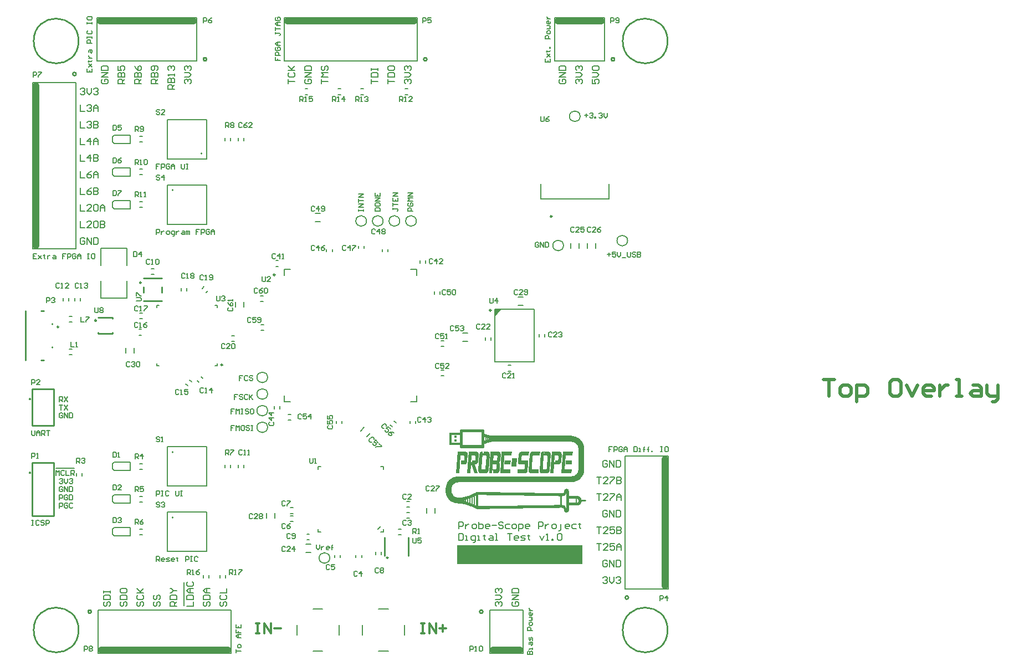
<source format=gto>
G04 Layer_Color=65535*
%FSLAX25Y25*%
%MOIN*%
G70*
G01*
G75*
%ADD39C,0.01200*%
%ADD40C,0.00800*%
%ADD41C,0.02000*%
%ADD43C,0.01000*%
%ADD54C,0.00600*%
%ADD55C,0.00630*%
%ADD56C,0.00984*%
%ADD57C,0.00787*%
%ADD58C,0.04000*%
%ADD59C,0.00500*%
%ADD60R,0.75787X0.11811*%
G36*
X673282Y520580D02*
X673606Y520441D01*
X673792Y520256D01*
X673838Y520210D01*
Y520163D01*
X674069Y519747D01*
X674162Y519330D01*
Y519191D01*
Y519052D01*
Y518960D01*
Y518913D01*
X673560Y509516D01*
X673421Y509007D01*
X673190Y508637D01*
X673051Y508359D01*
X672958Y508313D01*
Y508267D01*
X672820Y508081D01*
X672634Y507989D01*
X672310Y507804D01*
X672079Y507758D01*
X668653D01*
X668422Y507804D01*
X668237Y507850D01*
X667959Y508035D01*
X667728Y508174D01*
X667681Y508267D01*
X667496Y508683D01*
X667404Y509100D01*
Y509239D01*
Y509378D01*
Y509470D01*
Y509516D01*
X668052Y519515D01*
X668144Y519839D01*
X668237Y520071D01*
X668329Y520256D01*
X668376Y520302D01*
X668607Y520534D01*
X668885Y520626D01*
X669070Y520672D01*
X670088D01*
X669996Y519515D01*
X669348Y510674D01*
X669394Y510396D01*
X669440Y510303D01*
Y510257D01*
X669533Y510165D01*
X669672Y510118D01*
X669718Y510072D01*
X671199D01*
X671338Y510118D01*
X671431Y510165D01*
X671523Y510211D01*
Y510257D01*
X671709Y510535D01*
X671755Y510628D01*
Y510674D01*
X672218Y517756D01*
Y517895D01*
X672171Y518034D01*
X672125Y518080D01*
X672079Y518126D01*
X671986Y518219D01*
X671894Y518312D01*
X670274D01*
X670459Y520672D01*
X673097D01*
X673282Y520580D01*
D02*
G37*
G36*
X724109Y518636D02*
Y518589D01*
X724063Y518450D01*
X724016Y518404D01*
X723924Y518312D01*
X719850D01*
X719295Y510072D01*
X723322D01*
X723415Y510026D01*
X723461Y509979D01*
X723553Y509840D01*
Y509794D01*
X723368Y507758D01*
X717212D01*
X718184Y520672D01*
X724248D01*
X724109Y518636D01*
D02*
G37*
G36*
X710083Y520580D02*
X710361Y520441D01*
X710546Y520256D01*
X710592Y520210D01*
Y520163D01*
X710824Y519747D01*
X710916Y519330D01*
Y519191D01*
Y519052D01*
Y518960D01*
Y518913D01*
X710315Y509516D01*
X710222Y509007D01*
X710037Y508637D01*
X709898Y508359D01*
X709805Y508313D01*
Y508267D01*
X709620Y508081D01*
X709435Y507989D01*
X709111Y507804D01*
X708833Y507758D01*
X705454D01*
X705269Y507804D01*
X705084Y507850D01*
X704760Y508035D01*
X704574Y508174D01*
X704482Y508267D01*
X704297Y508683D01*
X704204Y509100D01*
X704158Y509239D01*
Y509378D01*
Y509470D01*
Y509516D01*
X704899Y519515D01*
X704945Y519839D01*
X705037Y520071D01*
X705130Y520256D01*
X705176Y520302D01*
X705408Y520534D01*
X705686Y520626D01*
X705871Y520672D01*
X706843D01*
X706750Y519515D01*
X706148Y510674D01*
Y510535D01*
Y510396D01*
X706195Y510303D01*
Y510257D01*
X706333Y510165D01*
X706426Y510118D01*
X706519Y510072D01*
X707954D01*
X708092Y510118D01*
X708185Y510165D01*
X708278Y510211D01*
Y510257D01*
X708417Y510396D01*
X708463Y510535D01*
X708509Y510628D01*
Y510674D01*
X708972Y517756D01*
Y517895D01*
X708926Y518034D01*
X708880Y518080D01*
X708833Y518126D01*
X708741Y518219D01*
X708648Y518312D01*
X707028D01*
X707213Y520672D01*
X709898D01*
X710083Y520580D01*
D02*
G37*
G36*
X660090D02*
X660367Y520441D01*
X660599Y520256D01*
X660645Y520210D01*
Y520163D01*
X660784Y519978D01*
X660877Y519747D01*
X660969Y519330D01*
Y519191D01*
Y519052D01*
Y518960D01*
Y518913D01*
X660692Y514794D01*
X660599Y514284D01*
X660414Y513914D01*
X660275Y513636D01*
X660182Y513590D01*
Y513544D01*
X659997Y513359D01*
X659812Y513266D01*
X659488Y513081D01*
X659210Y513034D01*
X656803D01*
X656942Y515395D01*
X658377D01*
X658516Y515442D01*
X658608Y515488D01*
X658701Y515534D01*
X658840Y515766D01*
X658886Y515858D01*
Y515905D01*
Y515951D01*
Y515997D01*
X658979Y517756D01*
Y517895D01*
Y518034D01*
X658932Y518080D01*
Y518126D01*
X658747Y518265D01*
X658701Y518312D01*
X656711D01*
X655970Y507758D01*
X654072D01*
X654998Y520672D01*
X659905D01*
X660090Y520580D01*
D02*
G37*
G36*
X690410Y511831D02*
X687355D01*
X687679Y516553D01*
X690780D01*
X690410Y511831D01*
D02*
G37*
G36*
X704343Y518636D02*
X704250Y518497D01*
X704204Y518450D01*
Y518404D01*
X704112Y518312D01*
X700408D01*
X700316Y518265D01*
X700270Y518219D01*
X700223Y518173D01*
X700084Y517941D01*
X700038Y517895D01*
Y517849D01*
Y517802D01*
Y517756D01*
X699992D01*
X699529Y510674D01*
X699575Y510442D01*
X699621Y510350D01*
Y510303D01*
X699714Y510211D01*
X699807Y510118D01*
X699853Y510072D01*
X703510D01*
X703602Y510026D01*
X703649Y509979D01*
X703695Y509887D01*
Y509840D01*
Y509794D01*
X703556Y507758D01*
X698835D01*
X698603Y507804D01*
X698418Y507850D01*
X698140Y508035D01*
X697909Y508174D01*
X697862Y508267D01*
X697677Y508683D01*
X697585Y509100D01*
X697538Y509239D01*
Y509378D01*
Y509470D01*
Y509516D01*
X698233Y518913D01*
X698325Y519423D01*
X698464Y519839D01*
X698649Y520071D01*
X698696Y520163D01*
X698881Y520348D01*
X699066Y520441D01*
X699390Y520626D01*
X699668Y520672D01*
X704482D01*
X704343Y518636D01*
D02*
G37*
G36*
X666663Y520580D02*
X666941Y520441D01*
X667172Y520256D01*
X667218Y520210D01*
Y520163D01*
X667450Y519747D01*
X667543Y519330D01*
X667589Y519191D01*
Y519052D01*
Y518960D01*
Y518913D01*
X667311Y514794D01*
X667172Y514284D01*
X666987Y513914D01*
X666848Y513636D01*
X666756Y513590D01*
Y513544D01*
X666570Y513359D01*
X666385Y513266D01*
X666061Y513081D01*
X665830Y513034D01*
X665274D01*
X666802Y507758D01*
X664904D01*
X663376Y513034D01*
X663561Y515395D01*
X664996D01*
X665089Y515442D01*
X665182Y515488D01*
X665274Y515534D01*
X665459Y515766D01*
X665506Y515858D01*
Y515905D01*
Y515951D01*
Y515997D01*
X665645Y517756D01*
Y517895D01*
X665598Y518034D01*
X665552Y518080D01*
X665506Y518126D01*
X665321Y518265D01*
X665274Y518312D01*
X663284D01*
X662543Y507758D01*
X660645D01*
X661571Y520672D01*
X666478D01*
X666663Y520580D01*
D02*
G37*
G36*
X670366Y534004D02*
X670551Y533911D01*
X670690Y533819D01*
X670737Y533773D01*
X670922Y533541D01*
X670968Y533356D01*
X671014Y533217D01*
Y533171D01*
Y531458D01*
X671523Y531273D01*
X671986Y531134D01*
X672264Y531041D01*
X672310Y530995D01*
X672357D01*
X672820Y530856D01*
X673190Y530764D01*
X673468Y530717D01*
X673514Y530671D01*
X673560D01*
X673977Y530578D01*
X674347Y530486D01*
X674579Y530440D01*
X674671D01*
X675041Y530393D01*
X675319Y530347D01*
X675504Y530301D01*
X675597D01*
X675875Y530254D01*
X676060D01*
X676199Y530208D01*
X723322D01*
X723924Y530116D01*
X724525Y530023D01*
X724988Y529930D01*
X725405Y529838D01*
X725729Y529745D01*
X725914Y529699D01*
X726007Y529653D01*
X726562Y529421D01*
X727071Y529190D01*
X727534Y528912D01*
X727951Y528634D01*
X728275Y528403D01*
X728506Y528218D01*
X728645Y528079D01*
X728692Y528032D01*
X729108Y527616D01*
X729479Y527153D01*
X729803Y526690D01*
X730034Y526273D01*
X730265Y525903D01*
X730404Y525625D01*
X730451Y525440D01*
X730497Y525348D01*
X730682Y524746D01*
X730867Y524190D01*
X730960Y523635D01*
X731006Y523126D01*
X731052Y522663D01*
X731099Y522339D01*
Y522107D01*
Y522015D01*
Y510535D01*
X731052Y509887D01*
X731006Y509239D01*
X730913Y508683D01*
X730821Y508174D01*
X730682Y507758D01*
X730589Y507433D01*
X730543Y507248D01*
X730497Y507156D01*
X730265Y506600D01*
X729941Y506091D01*
X729664Y505628D01*
X729386Y505211D01*
X729108Y504887D01*
X728877Y504656D01*
X728738Y504517D01*
X728692Y504471D01*
X728275Y504101D01*
X727812Y503777D01*
X727349Y503499D01*
X726933Y503267D01*
X726562Y503082D01*
X726285Y502943D01*
X726099Y502897D01*
X726007Y502851D01*
X725405Y502666D01*
X724803Y502527D01*
X724248Y502434D01*
X723739Y502388D01*
X723322Y502342D01*
X722998Y502295D01*
X656063D01*
X655183Y502249D01*
X654813Y502203D01*
X654489Y502156D01*
X654257Y502064D01*
X654072Y502017D01*
X653933Y501971D01*
X653887D01*
X653285Y501740D01*
X652822Y501462D01*
X652683Y501323D01*
X652544Y501231D01*
X652498Y501184D01*
X652452Y501138D01*
X652035Y500675D01*
X651758Y500212D01*
X651665Y499981D01*
X651572Y499842D01*
X651526Y499749D01*
Y499703D01*
X651341Y499055D01*
X651248Y498407D01*
X651202Y498083D01*
Y497898D01*
Y497713D01*
Y497666D01*
Y497203D01*
X651248Y496833D01*
X651295Y496463D01*
X651387Y496139D01*
X651434Y495907D01*
X651480Y495722D01*
X651526Y495630D01*
Y495583D01*
X651804Y495028D01*
X652128Y494565D01*
X652359Y494287D01*
X652406Y494241D01*
X652452Y494195D01*
X652915Y493870D01*
X653378Y493593D01*
X653563Y493500D01*
X653748Y493408D01*
X653841Y493361D01*
X653887D01*
X654628Y493176D01*
X655322Y493084D01*
X655600Y493037D01*
X656479D01*
X656942Y493084D01*
X657173D01*
X657359Y493130D01*
X657544D01*
X658007Y493222D01*
X658516Y493315D01*
X658979Y493408D01*
X659442Y493546D01*
X659858Y493685D01*
X660229Y493778D01*
X660414Y493824D01*
X660506Y493870D01*
X660553D01*
X660599Y493917D01*
X661479Y494195D01*
X661895Y494333D01*
X662265Y494519D01*
X662590Y494657D01*
X662867Y494750D01*
X663052Y494796D01*
X663099Y494843D01*
X664163Y495305D01*
X664673Y495583D01*
X665135Y495768D01*
X665506Y496000D01*
X665830Y496139D01*
X666015Y496231D01*
X666108Y496278D01*
X666246Y496324D01*
X666293D01*
X666478Y496370D01*
X668885D01*
X671199Y496324D01*
X673421D01*
X674440Y496278D01*
X677819D01*
X678421Y496231D01*
X679578D01*
X682078Y496185D01*
X684531Y496139D01*
X686799D01*
X687817Y496092D01*
X688790D01*
X689715Y496046D01*
X691798D01*
X692308Y496000D01*
X692956D01*
X695409Y495954D01*
X697770D01*
X698881Y495907D01*
X700918D01*
X701843Y495861D01*
X704158D01*
X704713Y495815D01*
X705778D01*
X708046Y495768D01*
X710176D01*
X711148Y495722D01*
X712953D01*
X713740Y495676D01*
X715684D01*
X716193Y495630D01*
X717397D01*
X717675Y495676D01*
X717906D01*
X718138Y495768D01*
X718323Y495815D01*
X718415Y495861D01*
X718462D01*
X718600Y495954D01*
X718647Y496000D01*
X718693Y496046D01*
X718739Y496185D01*
X718785Y496370D01*
Y496555D01*
Y496602D01*
X718878Y497111D01*
X719017Y497527D01*
X719156Y497759D01*
X719248Y497851D01*
X719434Y498037D01*
X719619Y498175D01*
X719989Y498361D01*
X720267Y498407D01*
X720591D01*
X720822Y498314D01*
X721193Y498129D01*
X721378Y497944D01*
X721470Y497898D01*
Y497851D01*
X721748Y497435D01*
X721887Y497018D01*
X721933Y496879D01*
Y496740D01*
Y496648D01*
Y496602D01*
Y494195D01*
X726562D01*
X726979Y494148D01*
X727349Y494102D01*
X727673Y493963D01*
X727951Y493824D01*
X728182Y493685D01*
X728368Y493593D01*
X728460Y493500D01*
X728506Y493454D01*
X728784Y493176D01*
X729016Y492898D01*
X729201Y492574D01*
X729293Y492297D01*
X729386Y492065D01*
X729432Y491880D01*
X729479Y491741D01*
Y491695D01*
X731886D01*
X731978Y491649D01*
X732024Y491602D01*
Y491556D01*
X732117Y491463D01*
X732163Y491325D01*
Y491278D01*
Y491232D01*
Y491093D01*
X732117Y491001D01*
X732071Y490954D01*
X732024Y490908D01*
X731839Y490815D01*
X729479D01*
X729386Y490399D01*
X729247Y490075D01*
X729108Y489751D01*
X728923Y489473D01*
X728784Y489242D01*
X728645Y489103D01*
X728553Y489010D01*
X728506Y488964D01*
X728182Y488732D01*
X727858Y488547D01*
X727534Y488455D01*
X727210Y488362D01*
X726979Y488316D01*
X726747Y488269D01*
X721933D01*
Y485909D01*
X721841Y485399D01*
X721702Y485029D01*
X721563Y484751D01*
X721470Y484705D01*
Y484659D01*
X721285Y484474D01*
X721100Y484335D01*
X720776Y484196D01*
X720498Y484103D01*
X720359D01*
X720128Y484150D01*
X719897Y484196D01*
X719572Y484381D01*
X719341Y484566D01*
X719248Y484659D01*
X718971Y485075D01*
X718832Y485492D01*
X718785Y485816D01*
Y485862D01*
Y485909D01*
Y486186D01*
X718739Y486372D01*
X718693Y486464D01*
X718647Y486557D01*
X718554Y486603D01*
X718508Y486649D01*
X718462D01*
X718276Y486742D01*
X718138Y486788D01*
X717952Y486834D01*
X717906D01*
X717628Y486881D01*
X717073D01*
X715129Y486834D01*
X713184D01*
X711240Y486788D01*
X710361D01*
X709527Y486742D01*
X707352D01*
X706843Y486695D01*
X705778D01*
X703464Y486649D01*
X701149D01*
X700038Y486603D01*
X698001D01*
X697029Y486557D01*
X694668D01*
X694067Y486510D01*
X692956D01*
X690502Y486464D01*
X688095Y486418D01*
X685827D01*
X684762Y486372D01*
X683790D01*
X682865Y486325D01*
X680735D01*
X680226Y486279D01*
X679578D01*
X677078Y486233D01*
X674671D01*
X673560Y486186D01*
X669672D01*
X668885Y486140D01*
X666524D01*
X666385Y486186D01*
X666293D01*
X666154Y486233D01*
X666108D01*
X664580Y487020D01*
X663839Y487344D01*
X663191Y487621D01*
X662590Y487853D01*
X662034Y488084D01*
X661479Y488269D01*
X661016Y488455D01*
X660599Y488593D01*
X660229Y488686D01*
X659951Y488779D01*
X659673Y488871D01*
X659488Y488917D01*
X659349Y488964D01*
X659210D01*
X658747Y489056D01*
X658331Y489103D01*
X657636Y489242D01*
X657127Y489334D01*
X656711Y489380D01*
X656433Y489427D01*
X656248Y489473D01*
X656063D01*
X655414Y489519D01*
X654813Y489566D01*
X654211Y489658D01*
X653702Y489751D01*
X653285Y489843D01*
X652961Y489889D01*
X652776Y489982D01*
X652683D01*
X652128Y490214D01*
X651572Y490445D01*
X651110Y490723D01*
X650739Y491001D01*
X650415Y491232D01*
X650137Y491417D01*
X649999Y491556D01*
X649952Y491602D01*
X649582Y492019D01*
X649212Y492482D01*
X648934Y492945D01*
X648702Y493361D01*
X648471Y493685D01*
X648332Y494009D01*
X648286Y494195D01*
X648240Y494241D01*
X648054Y494843D01*
X647916Y495444D01*
X647777Y496000D01*
X647730Y496555D01*
X647684Y497018D01*
X647638Y497342D01*
Y497574D01*
Y497666D01*
X647684Y498314D01*
X647730Y498962D01*
X647823Y499518D01*
X647962Y500027D01*
X648054Y500444D01*
X648147Y500768D01*
X648193Y500953D01*
X648240Y501045D01*
X648471Y501601D01*
X648749Y502110D01*
X649026Y502573D01*
X649304Y502990D01*
X649582Y503314D01*
X649767Y503545D01*
X649906Y503684D01*
X649952Y503730D01*
X650415Y504101D01*
X650878Y504425D01*
X651341Y504702D01*
X651758Y504934D01*
X652128Y505073D01*
X652406Y505211D01*
X652637Y505304D01*
X652683D01*
X653285Y505489D01*
X653887Y505628D01*
X654489Y505721D01*
X654998Y505813D01*
X655414D01*
X655785Y505860D01*
X723137D01*
X723553Y505906D01*
X723877Y505952D01*
X724201Y506045D01*
X724479Y506091D01*
X724664Y506137D01*
X724757Y506184D01*
X724803D01*
X725405Y506461D01*
X725868Y506739D01*
X726053Y506878D01*
X726192Y506971D01*
X726238Y507063D01*
X726285D01*
X726655Y507480D01*
X726933Y507943D01*
X727025Y508128D01*
X727118Y508267D01*
X727164Y508359D01*
Y508405D01*
X727395Y509100D01*
X727488Y509794D01*
X727534Y510072D01*
Y510303D01*
Y510489D01*
Y510535D01*
Y522015D01*
Y522478D01*
X727488Y522848D01*
X727442Y523218D01*
X727349Y523542D01*
X727303Y523774D01*
X727210Y523959D01*
X727164Y524052D01*
Y524098D01*
X726886Y524653D01*
X726609Y525070D01*
X726377Y525348D01*
X726331Y525440D01*
X726285D01*
X725822Y525811D01*
X725312Y526088D01*
X725127Y526181D01*
X724942Y526273D01*
X724850Y526320D01*
X724803D01*
X724109Y526505D01*
X723415Y526597D01*
X723137Y526644D01*
X675828D01*
X675643Y526597D01*
X675597D01*
X675273Y526551D01*
X674995Y526505D01*
X674764Y526459D01*
X674717Y526412D01*
X674671D01*
X674301Y526320D01*
X673931Y526227D01*
X673653Y526181D01*
X673606Y526135D01*
X673560D01*
X673144Y526042D01*
X672773Y525903D01*
X672449Y525857D01*
X672403Y525811D01*
X672357D01*
X671894Y525672D01*
X671477Y525533D01*
X671292Y525440D01*
X671153Y525394D01*
X671061Y525348D01*
X671014D01*
Y523681D01*
X670968Y523404D01*
X670875Y523218D01*
X670783Y523079D01*
X670737Y523033D01*
X670505Y522894D01*
X670320Y522802D01*
X670181Y522755D01*
X657081D01*
X656803Y522802D01*
X656618Y522894D01*
X656479Y522987D01*
X656433Y523033D01*
X656294Y523265D01*
X656248Y523450D01*
X656201Y523635D01*
Y523681D01*
Y524607D01*
X650554D01*
X650323Y524653D01*
X650137Y524700D01*
X650045Y524746D01*
X649999Y524792D01*
X649906Y524977D01*
X649860Y525116D01*
X649813Y525255D01*
Y525301D01*
Y525348D01*
Y531504D01*
X649860Y531689D01*
X649906Y531828D01*
X649952Y531921D01*
X649999Y531967D01*
X650184Y532106D01*
X650369Y532152D01*
X650508Y532199D01*
X656201D01*
Y533171D01*
X656248Y533402D01*
X656340Y533587D01*
X656387Y533726D01*
X656433Y533773D01*
X656664Y533958D01*
X656849Y534004D01*
X657035Y534050D01*
X670135D01*
X670366Y534004D01*
D02*
G37*
G36*
X679902Y520580D02*
X680180Y520441D01*
X680411Y520256D01*
X680457Y520210D01*
Y520163D01*
X680689Y519747D01*
X680781Y519330D01*
Y519191D01*
Y519052D01*
Y518960D01*
Y518913D01*
X680550Y515673D01*
X680504Y515349D01*
X680411Y515071D01*
X680365Y514886D01*
X680318Y514840D01*
X680180Y514608D01*
X680041Y514423D01*
X679902Y514284D01*
X679856Y514238D01*
X679994Y514053D01*
X680133Y513822D01*
X680180Y513683D01*
X680226Y513590D01*
X680318Y513312D01*
Y513034D01*
Y512849D01*
Y512757D01*
X680133Y509516D01*
X680041Y509007D01*
X679856Y508637D01*
X679717Y508359D01*
X679624Y508313D01*
Y508267D01*
X679439Y508081D01*
X679254Y507989D01*
X678930Y507804D01*
X678652Y507758D01*
X676245D01*
X676384Y510072D01*
X677773D01*
X677911Y510118D01*
X678050Y510165D01*
X678097Y510211D01*
X678143Y510257D01*
X678282Y510535D01*
X678328Y510628D01*
Y510674D01*
X678421Y512479D01*
Y512618D01*
X678374Y512757D01*
X678328Y512803D01*
Y512849D01*
X678235Y512942D01*
X678143Y513034D01*
X676615D01*
X676662Y513914D01*
X676708Y514516D01*
X676754Y515395D01*
X678189D01*
X678328Y515442D01*
X678421Y515488D01*
X678513Y515534D01*
Y515581D01*
X678606Y515719D01*
X678652Y515858D01*
Y515951D01*
Y515997D01*
X678791Y517756D01*
Y517895D01*
X678745Y518034D01*
X678698Y518080D01*
X678652Y518126D01*
X678559Y518219D01*
X678467Y518312D01*
X676523D01*
X675736Y507758D01*
X673884D01*
X674764Y520672D01*
X679717D01*
X679902Y520580D01*
D02*
G37*
G36*
X697724Y518636D02*
X697677Y518497D01*
X697631Y518450D01*
Y518404D01*
X697492Y518312D01*
X693928D01*
X693789Y518265D01*
X693696Y518219D01*
X693650Y518173D01*
X693604Y518126D01*
X693465Y517895D01*
X693419Y517802D01*
Y517756D01*
X693326Y515997D01*
Y515858D01*
X693372Y515719D01*
X693419Y515627D01*
Y515581D01*
X693511Y515488D01*
X693650Y515442D01*
X693696Y515395D01*
X696798D01*
X696983Y515349D01*
X697122Y515257D01*
X697214Y515164D01*
X697261Y515118D01*
X697353Y514932D01*
X697446Y514747D01*
Y514562D01*
Y514516D01*
X697353Y513636D01*
X697307Y512479D01*
X697076Y509516D01*
X696983Y509007D01*
X696798Y508637D01*
X696659Y508359D01*
X696566Y508313D01*
Y508267D01*
X696427Y508081D01*
X696242Y507989D01*
X695918Y507804D01*
X695641Y507758D01*
X690826D01*
X690965Y509794D01*
X691011Y509933D01*
X691058Y509979D01*
X691197Y510072D01*
X694761D01*
X694900Y510118D01*
X695039Y510165D01*
X695085Y510211D01*
X695131Y510257D01*
X695224Y510396D01*
X695270Y510535D01*
Y510628D01*
Y510674D01*
X695409Y512479D01*
Y512618D01*
X695363Y512757D01*
X695317Y512803D01*
X695270Y512849D01*
X695178Y512942D01*
X695085Y513034D01*
X691891D01*
X691706Y513081D01*
X691567Y513173D01*
X691474Y513220D01*
X691428Y513266D01*
X691335Y513497D01*
X691289Y513683D01*
X691243Y513868D01*
Y513914D01*
X691289Y514794D01*
X691428Y515997D01*
X691567Y517756D01*
X691613Y518913D01*
X691706Y519423D01*
X691891Y519839D01*
X692030Y520071D01*
X692123Y520163D01*
X692308Y520348D01*
X692493Y520441D01*
X692817Y520626D01*
X693095Y520672D01*
X697862D01*
X697724Y518636D01*
D02*
G37*
G36*
X687355D02*
Y518589D01*
X687308Y518450D01*
X687262Y518404D01*
X687169Y518312D01*
X683096D01*
X682540Y510072D01*
X686568D01*
X686614Y510026D01*
X686660Y509979D01*
X686706Y509933D01*
Y509840D01*
Y509794D01*
X686568Y507758D01*
X680457D01*
X681337Y520672D01*
X687494D01*
X687355Y518636D01*
D02*
G37*
G36*
X723461Y513034D02*
X719850D01*
X720035Y515395D01*
X723692D01*
X723461Y513034D01*
D02*
G37*
G36*
X677165Y602362D02*
Y606299D01*
X681102D01*
X677165Y602362D01*
D02*
G37*
G36*
X686706Y513034D02*
X683050D01*
X683235Y515395D01*
X686938D01*
X686706Y513034D01*
D02*
G37*
G36*
X716656Y520580D02*
X716934Y520441D01*
X717165Y520256D01*
X717212Y520210D01*
Y520163D01*
X717350Y519978D01*
X717443Y519747D01*
X717536Y519330D01*
Y519191D01*
Y519052D01*
Y518960D01*
Y518913D01*
X717304Y514794D01*
X717165Y514284D01*
X716980Y513914D01*
X716841Y513636D01*
X716749Y513590D01*
Y513544D01*
X716564Y513359D01*
X716378Y513266D01*
X716054Y513081D01*
X715823Y513034D01*
X713370D01*
X713509Y515395D01*
X714944D01*
X715082Y515442D01*
X715175Y515488D01*
X715268Y515534D01*
X715360Y515673D01*
X715406Y515766D01*
Y515858D01*
Y515905D01*
X715453Y515951D01*
X715499Y515997D01*
X715591Y517756D01*
Y517895D01*
X715545Y518034D01*
X715499Y518080D01*
X715453Y518126D01*
X715314Y518265D01*
X715268Y518312D01*
X713277D01*
X712536Y507758D01*
X710639D01*
X711518Y520672D01*
X716471D01*
X716656Y520580D01*
D02*
G37*
%LPC*%
G36*
X662034Y492574D02*
X661802Y492436D01*
X661710Y492389D01*
X661664D01*
X661479Y492343D01*
X661432Y492297D01*
X661386D01*
Y490167D01*
X661571Y490121D01*
X661664Y490075D01*
X661941Y490028D01*
X661988Y489982D01*
X662034D01*
Y492574D01*
D02*
G37*
G36*
X663284Y493037D02*
X663052Y492945D01*
X663006Y492898D01*
X662960D01*
X662728Y492806D01*
X662682Y492760D01*
X662636D01*
Y489704D01*
X662867Y489612D01*
X662960Y489566D01*
X663191Y489519D01*
X663284Y489473D01*
Y493037D01*
D02*
G37*
G36*
X726655Y492436D02*
X726470D01*
Y490075D01*
X726562D01*
X726886Y490121D01*
X727118Y490260D01*
X727303Y490352D01*
X727349Y490399D01*
X727581Y490676D01*
X727673Y490954D01*
X727719Y491139D01*
Y491232D01*
X727673Y491556D01*
X727534Y491834D01*
X727395Y492019D01*
X727349Y492065D01*
X727071Y492297D01*
X726840Y492389D01*
X726655Y492436D01*
D02*
G37*
G36*
X725868D02*
X721933D01*
Y490075D01*
X725868D01*
Y492436D01*
D02*
G37*
G36*
X668792Y494611D02*
X667172D01*
Y487899D01*
X669487D01*
X671755Y487945D01*
X673884D01*
X674903Y487992D01*
X677495D01*
X678189Y488038D01*
X679902D01*
X682355Y488084D01*
X684716Y488131D01*
X687910D01*
X688836Y488177D01*
X690502D01*
X691197Y488223D01*
X692863D01*
X695224Y488269D01*
X697538Y488316D01*
X700594D01*
X701519Y488362D01*
X703093D01*
X703741Y488408D01*
X705315D01*
X707537Y488455D01*
X708602D01*
X709620Y488501D01*
X712351D01*
X713184Y488547D01*
X714527D01*
X715129Y488593D01*
X716471D01*
Y493870D01*
X714527Y493917D01*
X712583Y493963D01*
X709805D01*
X708972Y494009D01*
X707491D01*
X706889Y494056D01*
X705315D01*
X703047Y494102D01*
X700825Y494148D01*
X697770D01*
X696844Y494195D01*
X695224D01*
X694530Y494241D01*
X692863D01*
X690456Y494287D01*
X688141Y494333D01*
X687031Y494380D01*
X684947D01*
X683975Y494426D01*
X681615D01*
X681013Y494472D01*
X677449D01*
X675134Y494519D01*
X673005D01*
X671986Y494565D01*
X669487D01*
X668792Y494611D01*
D02*
G37*
G36*
X720174Y495815D02*
X720082Y495491D01*
X719943Y495213D01*
X719850Y495028D01*
X719804Y494935D01*
X719665Y494611D01*
X719480Y494426D01*
X719341Y494287D01*
X719295Y494241D01*
X718971Y494102D01*
X718739Y494056D01*
X718554Y493963D01*
X718462D01*
X718184Y493917D01*
X717999D01*
X717813Y493870D01*
X717767D01*
Y488593D01*
X717999Y488547D01*
X718230Y488501D01*
X718415Y488455D01*
X718462D01*
X718785Y488408D01*
X719017Y488316D01*
X719202Y488269D01*
X719295Y488223D01*
X719526Y488038D01*
X719665Y487807D01*
X719758Y487621D01*
X719804Y487529D01*
X719943Y487205D01*
X720082Y486973D01*
X720128Y486788D01*
X720174Y486695D01*
Y495815D01*
D02*
G37*
G36*
X664626Y493593D02*
X664349Y493454D01*
X664302Y493408D01*
X664256D01*
X664024Y493315D01*
X663978Y493269D01*
X663932D01*
Y489195D01*
X664163Y489103D01*
X664256Y489056D01*
X664487Y488964D01*
X664580Y488917D01*
X664626Y488871D01*
Y493593D01*
D02*
G37*
G36*
X665876Y494148D02*
X665645Y494056D01*
X665552Y494009D01*
X665506D01*
X665321Y493917D01*
X665274Y493870D01*
X665228D01*
Y488593D01*
X665413Y488501D01*
X665506Y488455D01*
X665784Y488362D01*
X665830Y488316D01*
X665876D01*
Y494148D01*
D02*
G37*
G36*
X671061Y529606D02*
X671014D01*
Y527246D01*
X671199Y527292D01*
X671246Y527338D01*
X671431Y527431D01*
X671523D01*
Y529421D01*
X671338Y529467D01*
X671292Y529514D01*
X671246D01*
X671107Y529560D01*
X671061Y529606D01*
D02*
G37*
G36*
X672171Y529190D02*
Y527662D01*
X672681Y527847D01*
Y528958D01*
X672171Y529190D01*
D02*
G37*
G36*
X669255Y532291D02*
X657961D01*
Y524561D01*
X669255D01*
Y532291D01*
D02*
G37*
G36*
X656201Y530764D02*
X651248D01*
Y526042D01*
X656201D01*
Y530764D01*
D02*
G37*
G36*
X659442Y491510D02*
X658701Y491232D01*
X659442Y490954D01*
Y491510D01*
D02*
G37*
G36*
X660738Y492065D02*
X660043Y491787D01*
Y490676D01*
X660738Y490445D01*
Y492065D01*
D02*
G37*
G36*
X673236Y528727D02*
Y528079D01*
X674023Y528449D01*
X673236Y528727D01*
D02*
G37*
%LPD*%
G36*
X654165Y528912D02*
X653100D01*
Y530208D01*
X654165D01*
Y528912D01*
D02*
G37*
G36*
Y526690D02*
X653100D01*
Y527940D01*
X654165D01*
Y526690D01*
D02*
G37*
D39*
X533465Y417415D02*
X535464D01*
X534464D01*
Y411417D01*
X533465D01*
X535464D01*
X538463D02*
Y417415D01*
X542462Y411417D01*
Y417415D01*
X544461Y414416D02*
X548460D01*
X632874Y417415D02*
X634873D01*
X633874D01*
Y411417D01*
X632874D01*
X634873D01*
X637872D02*
Y417415D01*
X641871Y411417D01*
Y417415D01*
X643870Y414416D02*
X647869D01*
X645870Y416416D02*
Y412417D01*
D40*
X490158Y428150D02*
Y441929D01*
X442573Y430516D02*
X441907Y429850D01*
Y428517D01*
X442573Y427850D01*
X443240D01*
X443906Y428517D01*
Y429850D01*
X444573Y430516D01*
X445239D01*
X445905Y429850D01*
Y428517D01*
X445239Y427850D01*
X441907Y431849D02*
X445905D01*
Y433848D01*
X445239Y434515D01*
X442573D01*
X441907Y433848D01*
Y431849D01*
Y435848D02*
Y437181D01*
Y436514D01*
X445905D01*
Y435848D01*
Y437181D01*
X452573Y430516D02*
X451907Y429850D01*
Y428517D01*
X452573Y427850D01*
X453240D01*
X453906Y428517D01*
Y429850D01*
X454573Y430516D01*
X455239D01*
X455905Y429850D01*
Y428517D01*
X455239Y427850D01*
X451907Y431849D02*
X455905D01*
Y433848D01*
X455239Y434515D01*
X452573D01*
X451907Y433848D01*
Y431849D01*
Y437847D02*
Y436514D01*
X452573Y435848D01*
X455239D01*
X455905Y436514D01*
Y437847D01*
X455239Y438514D01*
X452573D01*
X451907Y437847D01*
X462573Y430516D02*
X461907Y429850D01*
Y428517D01*
X462573Y427850D01*
X463240D01*
X463906Y428517D01*
Y429850D01*
X464573Y430516D01*
X465239D01*
X465906Y429850D01*
Y428517D01*
X465239Y427850D01*
X462573Y434515D02*
X461907Y433848D01*
Y432515D01*
X462573Y431849D01*
X465239D01*
X465906Y432515D01*
Y433848D01*
X465239Y434515D01*
X461907Y435848D02*
X465906D01*
X464573D01*
X461907Y438514D01*
X463906Y436514D01*
X465906Y438514D01*
X472573Y430516D02*
X471907Y429850D01*
Y428517D01*
X472573Y427850D01*
X473240D01*
X473906Y428517D01*
Y429850D01*
X474573Y430516D01*
X475239D01*
X475906Y429850D01*
Y428517D01*
X475239Y427850D01*
X472573Y434515D02*
X471907Y433848D01*
Y432515D01*
X472573Y431849D01*
X473240D01*
X473906Y432515D01*
Y433848D01*
X474573Y434515D01*
X475239D01*
X475906Y433848D01*
Y432515D01*
X475239Y431849D01*
X485906Y427850D02*
X481907D01*
Y429850D01*
X482573Y430516D01*
X483906D01*
X484573Y429850D01*
Y427850D01*
Y429183D02*
X485906Y430516D01*
X481907Y431849D02*
X485906D01*
Y433848D01*
X485239Y434515D01*
X482573D01*
X481907Y433848D01*
Y431849D01*
Y435848D02*
X482573D01*
X483906Y437181D01*
X482573Y438514D01*
X481907D01*
X483906Y437181D02*
X485906D01*
X491907Y427850D02*
X495905D01*
Y430516D01*
X491907Y431849D02*
X495905D01*
Y433848D01*
X495239Y434515D01*
X492573D01*
X491907Y433848D01*
Y431849D01*
X495905Y435848D02*
X493240D01*
X491907Y437181D01*
X493240Y438514D01*
X495905D01*
X493906D01*
Y435848D01*
X492573Y442512D02*
X491907Y441846D01*
Y440513D01*
X492573Y439847D01*
X495239D01*
X495905Y440513D01*
Y441846D01*
X495239Y442512D01*
X502573Y430516D02*
X501907Y429850D01*
Y428517D01*
X502573Y427850D01*
X503240D01*
X503906Y428517D01*
Y429850D01*
X504573Y430516D01*
X505239D01*
X505905Y429850D01*
Y428517D01*
X505239Y427850D01*
X501907Y431849D02*
X505905D01*
Y433848D01*
X505239Y434515D01*
X502573D01*
X501907Y433848D01*
Y431849D01*
X505905Y435848D02*
X503240D01*
X501907Y437181D01*
X503240Y438514D01*
X505905D01*
X503906D01*
Y435848D01*
X512573Y430516D02*
X511907Y429850D01*
Y428517D01*
X512573Y427850D01*
X513240D01*
X513906Y428517D01*
Y429850D01*
X514573Y430516D01*
X515239D01*
X515906Y429850D01*
Y428517D01*
X515239Y427850D01*
X512573Y434515D02*
X511907Y433848D01*
Y432515D01*
X512573Y431849D01*
X515239D01*
X515906Y432515D01*
Y433848D01*
X515239Y434515D01*
X511907Y435848D02*
X515906D01*
Y438514D01*
X678124Y427850D02*
X677458Y428517D01*
Y429850D01*
X678124Y430516D01*
X678791D01*
X679457Y429850D01*
Y429183D01*
Y429850D01*
X680124Y430516D01*
X680790D01*
X681457Y429850D01*
Y428517D01*
X680790Y427850D01*
X677458Y431849D02*
X680124D01*
X681457Y433182D01*
X680124Y434515D01*
X677458D01*
X678124Y435848D02*
X677458Y436514D01*
Y437847D01*
X678124Y438514D01*
X678791D01*
X679457Y437847D01*
Y437181D01*
Y437847D01*
X680124Y438514D01*
X680790D01*
X681457Y437847D01*
Y436514D01*
X680790Y435848D01*
X688124Y430516D02*
X687458Y429850D01*
Y428517D01*
X688124Y427850D01*
X690790D01*
X691457Y428517D01*
Y429850D01*
X690790Y430516D01*
X689457D01*
Y429183D01*
X691457Y431849D02*
X687458D01*
X691457Y434515D01*
X687458D01*
Y435848D02*
X691457D01*
Y437847D01*
X690790Y438514D01*
X688124D01*
X687458Y437847D01*
Y435848D01*
X491195Y742126D02*
X490529Y742792D01*
Y744125D01*
X491195Y744792D01*
X491862D01*
X492528Y744125D01*
Y743459D01*
Y744125D01*
X493195Y744792D01*
X493861D01*
X494528Y744125D01*
Y742792D01*
X493861Y742126D01*
X490529Y746125D02*
X493195D01*
X494528Y747458D01*
X493195Y748791D01*
X490529D01*
X491195Y750123D02*
X490529Y750790D01*
Y752123D01*
X491195Y752789D01*
X491862D01*
X492528Y752123D01*
Y751456D01*
Y752123D01*
X493195Y752789D01*
X493861D01*
X494528Y752123D01*
Y750790D01*
X493861Y750123D01*
X484528Y738750D02*
X480529D01*
Y740750D01*
X481195Y741416D01*
X482528D01*
X483195Y740750D01*
Y738750D01*
Y740083D02*
X484528Y741416D01*
X480529Y742749D02*
X484528D01*
Y744748D01*
X483861Y745415D01*
X483195D01*
X482528Y744748D01*
Y742749D01*
Y744748D01*
X481862Y745415D01*
X481195D01*
X480529Y744748D01*
Y742749D01*
X484528Y746748D02*
Y748081D01*
Y747414D01*
X480529D01*
X481195Y746748D01*
Y750080D02*
X480529Y750746D01*
Y752079D01*
X481195Y752746D01*
X481862D01*
X482528Y752079D01*
Y751413D01*
Y752079D01*
X483195Y752746D01*
X483861D01*
X484528Y752079D01*
Y750746D01*
X483861Y750080D01*
X474528Y742126D02*
X470529D01*
Y744125D01*
X471195Y744792D01*
X472528D01*
X473195Y744125D01*
Y742126D01*
Y743459D02*
X474528Y744792D01*
X470529Y746125D02*
X474528D01*
Y748124D01*
X473861Y748791D01*
X473195D01*
X472528Y748124D01*
Y746125D01*
Y748124D01*
X471862Y748791D01*
X471195D01*
X470529Y748124D01*
Y746125D01*
X473861Y750123D02*
X474528Y750790D01*
Y752123D01*
X473861Y752789D01*
X471195D01*
X470529Y752123D01*
Y750790D01*
X471195Y750123D01*
X471862D01*
X472528Y750790D01*
Y752789D01*
X464528Y742126D02*
X460529D01*
Y744125D01*
X461195Y744792D01*
X462528D01*
X463195Y744125D01*
Y742126D01*
Y743459D02*
X464528Y744792D01*
X460529Y746125D02*
X464528D01*
Y748124D01*
X463861Y748791D01*
X463195D01*
X462528Y748124D01*
Y746125D01*
Y748124D01*
X461862Y748791D01*
X461195D01*
X460529Y748124D01*
Y746125D01*
Y752789D02*
X461195Y751456D01*
X462528Y750123D01*
X463861D01*
X464528Y750790D01*
Y752123D01*
X463861Y752789D01*
X463195D01*
X462528Y752123D01*
Y750123D01*
X454528Y742126D02*
X450529D01*
Y744125D01*
X451195Y744792D01*
X452528D01*
X453195Y744125D01*
Y742126D01*
Y743459D02*
X454528Y744792D01*
X450529Y746125D02*
X454528D01*
Y748124D01*
X453861Y748791D01*
X453195D01*
X452528Y748124D01*
Y746125D01*
Y748124D01*
X451862Y748791D01*
X451195D01*
X450529Y748124D01*
Y746125D01*
Y752789D02*
Y750123D01*
X452528D01*
X451862Y751456D01*
Y752123D01*
X452528Y752789D01*
X453861D01*
X454528Y752123D01*
Y750790D01*
X453861Y750123D01*
X441195Y744792D02*
X440529Y744125D01*
Y742792D01*
X441195Y742126D01*
X443861D01*
X444527Y742792D01*
Y744125D01*
X443861Y744792D01*
X442528D01*
Y743459D01*
X444527Y746125D02*
X440529D01*
X444527Y748791D01*
X440529D01*
Y750123D02*
X444527D01*
Y752123D01*
X443861Y752789D01*
X441195D01*
X440529Y752123D01*
Y750123D01*
X735962Y744792D02*
Y742126D01*
X737961D01*
X737295Y743459D01*
Y744125D01*
X737961Y744792D01*
X739294D01*
X739961Y744125D01*
Y742792D01*
X739294Y742126D01*
X735962Y746125D02*
X738628D01*
X739961Y747458D01*
X738628Y748791D01*
X735962D01*
X736628Y750123D02*
X735962Y750790D01*
Y752123D01*
X736628Y752789D01*
X739294D01*
X739961Y752123D01*
Y750790D01*
X739294Y750123D01*
X736628D01*
X726628Y742126D02*
X725962Y742792D01*
Y744125D01*
X726628Y744792D01*
X727295D01*
X727961Y744125D01*
Y743459D01*
Y744125D01*
X728628Y744792D01*
X729294D01*
X729961Y744125D01*
Y742792D01*
X729294Y742126D01*
X725962Y746125D02*
X728628D01*
X729961Y747458D01*
X728628Y748791D01*
X725962D01*
X726628Y750123D02*
X725962Y750790D01*
Y752123D01*
X726628Y752789D01*
X727295D01*
X727961Y752123D01*
Y751456D01*
Y752123D01*
X728628Y752789D01*
X729294D01*
X729961Y752123D01*
Y750790D01*
X729294Y750123D01*
X716628Y744792D02*
X715962Y744125D01*
Y742792D01*
X716628Y742126D01*
X719294D01*
X719961Y742792D01*
Y744125D01*
X719294Y744792D01*
X717961D01*
Y743459D01*
X719961Y746125D02*
X715962D01*
X719961Y748791D01*
X715962D01*
Y750123D02*
X719961D01*
Y752123D01*
X719294Y752789D01*
X716628D01*
X715962Y752123D01*
Y750123D01*
X742126Y444631D02*
X742792Y445298D01*
X744125D01*
X744792Y444631D01*
Y443965D01*
X744125Y443299D01*
X743459D01*
X744125D01*
X744792Y442632D01*
Y441966D01*
X744125Y441299D01*
X742792D01*
X742126Y441966D01*
X746125Y445298D02*
Y442632D01*
X747458Y441299D01*
X748791Y442632D01*
Y445298D01*
X750123Y444631D02*
X750790Y445298D01*
X752123D01*
X752789Y444631D01*
Y443965D01*
X752123Y443299D01*
X751456D01*
X752123D01*
X752789Y442632D01*
Y441966D01*
X752123Y441299D01*
X750790D01*
X750123Y441966D01*
X744792Y454632D02*
X744125Y455298D01*
X742792D01*
X742126Y454632D01*
Y451966D01*
X742792Y451299D01*
X744125D01*
X744792Y451966D01*
Y453299D01*
X743459D01*
X746125Y451299D02*
Y455298D01*
X748791Y451299D01*
Y455298D01*
X750123D02*
Y451299D01*
X752123D01*
X752789Y451966D01*
Y454632D01*
X752123Y455298D01*
X750123D01*
X738750Y465298D02*
X741416D01*
X740083D01*
Y461299D01*
X745415D02*
X742749D01*
X745415Y463965D01*
Y464632D01*
X744748Y465298D01*
X743415D01*
X742749Y464632D01*
X749414Y465298D02*
X746748D01*
Y463299D01*
X748081Y463965D01*
X748747D01*
X749414Y463299D01*
Y461966D01*
X748747Y461299D01*
X747414D01*
X746748Y461966D01*
X750746Y461299D02*
Y463965D01*
X752079Y465298D01*
X753412Y463965D01*
Y461299D01*
Y463299D01*
X750746D01*
X738750Y475298D02*
X741416D01*
X740083D01*
Y471299D01*
X745415D02*
X742749D01*
X745415Y473965D01*
Y474632D01*
X744748Y475298D01*
X743415D01*
X742749Y474632D01*
X749414Y475298D02*
X746748D01*
Y473299D01*
X748081Y473965D01*
X748747D01*
X749414Y473299D01*
Y471966D01*
X748747Y471299D01*
X747414D01*
X746748Y471966D01*
X750746Y475298D02*
Y471299D01*
X752746D01*
X753412Y471966D01*
Y472632D01*
X752746Y473299D01*
X750746D01*
X752746D01*
X753412Y473965D01*
Y474632D01*
X752746Y475298D01*
X750746D01*
X744792Y484631D02*
X744125Y485298D01*
X742792D01*
X742126Y484631D01*
Y481966D01*
X742792Y481299D01*
X744125D01*
X744792Y481966D01*
Y483299D01*
X743459D01*
X746125Y481299D02*
Y485298D01*
X748791Y481299D01*
Y485298D01*
X750123D02*
Y481299D01*
X752123D01*
X752789Y481966D01*
Y484631D01*
X752123Y485298D01*
X750123D01*
X738750Y495298D02*
X741416D01*
X740083D01*
Y491299D01*
X745415D02*
X742749D01*
X745415Y493965D01*
Y494631D01*
X744748Y495298D01*
X743415D01*
X742749Y494631D01*
X746748Y495298D02*
X749414D01*
Y494631D01*
X746748Y491966D01*
Y491299D01*
X750746D02*
Y493965D01*
X752079Y495298D01*
X753412Y493965D01*
Y491299D01*
Y493299D01*
X750746D01*
X738750Y505298D02*
X741416D01*
X740083D01*
Y501299D01*
X745415D02*
X742749D01*
X745415Y503965D01*
Y504632D01*
X744748Y505298D01*
X743415D01*
X742749Y504632D01*
X746748Y505298D02*
X749414D01*
Y504632D01*
X746748Y501966D01*
Y501299D01*
X750746Y505298D02*
Y501299D01*
X752746D01*
X753412Y501966D01*
Y502632D01*
X752746Y503299D01*
X750746D01*
X752746D01*
X753412Y503965D01*
Y504632D01*
X752746Y505298D01*
X750746D01*
X744792Y514632D02*
X744125Y515298D01*
X742792D01*
X742126Y514632D01*
Y511966D01*
X742792Y511299D01*
X744125D01*
X744792Y511966D01*
Y513299D01*
X743459D01*
X746125Y511299D02*
Y515298D01*
X748791Y511299D01*
Y515298D01*
X750123D02*
Y511299D01*
X752123D01*
X752789Y511966D01*
Y514632D01*
X752123Y515298D01*
X750123D01*
X430516Y648844D02*
X429850Y649510D01*
X428517D01*
X427850Y648844D01*
Y646178D01*
X428517Y645512D01*
X429850D01*
X430516Y646178D01*
Y647511D01*
X429183D01*
X431849Y645512D02*
Y649510D01*
X434515Y645512D01*
Y649510D01*
X435848D02*
Y645512D01*
X437847D01*
X438514Y646178D01*
Y648844D01*
X437847Y649510D01*
X435848D01*
X427850Y738844D02*
X428517Y739510D01*
X429850D01*
X430516Y738844D01*
Y738178D01*
X429850Y737511D01*
X429183D01*
X429850D01*
X430516Y736845D01*
Y736178D01*
X429850Y735512D01*
X428517D01*
X427850Y736178D01*
X431849Y739510D02*
Y736845D01*
X433182Y735512D01*
X434515Y736845D01*
Y739510D01*
X435848Y738844D02*
X436514Y739510D01*
X437847D01*
X438514Y738844D01*
Y738178D01*
X437847Y737511D01*
X437181D01*
X437847D01*
X438514Y736845D01*
Y736178D01*
X437847Y735512D01*
X436514D01*
X435848Y736178D01*
X427850Y729510D02*
Y725512D01*
X430516D01*
X431849Y728844D02*
X432515Y729510D01*
X433848D01*
X434515Y728844D01*
Y728178D01*
X433848Y727511D01*
X433182D01*
X433848D01*
X434515Y726845D01*
Y726178D01*
X433848Y725512D01*
X432515D01*
X431849Y726178D01*
X435848Y725512D02*
Y728178D01*
X437181Y729510D01*
X438514Y728178D01*
Y725512D01*
Y727511D01*
X435848D01*
X427850Y719511D02*
Y715512D01*
X430516D01*
X431849Y718844D02*
X432515Y719511D01*
X433848D01*
X434515Y718844D01*
Y718178D01*
X433848Y717511D01*
X433182D01*
X433848D01*
X434515Y716845D01*
Y716178D01*
X433848Y715512D01*
X432515D01*
X431849Y716178D01*
X435848Y719511D02*
Y715512D01*
X437847D01*
X438514Y716178D01*
Y716845D01*
X437847Y717511D01*
X435848D01*
X437847D01*
X438514Y718178D01*
Y718844D01*
X437847Y719511D01*
X435848D01*
X427850Y709511D02*
Y705512D01*
X430516D01*
X433848D02*
Y709511D01*
X431849Y707511D01*
X434515D01*
X435848Y705512D02*
Y708178D01*
X437181Y709511D01*
X438514Y708178D01*
Y705512D01*
Y707511D01*
X435848D01*
X427850Y699510D02*
Y695512D01*
X430516D01*
X433848D02*
Y699510D01*
X431849Y697511D01*
X434515D01*
X435848Y699510D02*
Y695512D01*
X437847D01*
X438514Y696178D01*
Y696845D01*
X437847Y697511D01*
X435848D01*
X437847D01*
X438514Y698178D01*
Y698844D01*
X437847Y699510D01*
X435848D01*
X427850Y689510D02*
Y685512D01*
X430516D01*
X434515Y689510D02*
X433182Y688844D01*
X431849Y687511D01*
Y686178D01*
X432515Y685512D01*
X433848D01*
X434515Y686178D01*
Y686845D01*
X433848Y687511D01*
X431849D01*
X435848Y685512D02*
Y688178D01*
X437181Y689510D01*
X438514Y688178D01*
Y685512D01*
Y687511D01*
X435848D01*
X427850Y679510D02*
Y675512D01*
X430516D01*
X434515Y679510D02*
X433182Y678844D01*
X431849Y677511D01*
Y676178D01*
X432515Y675512D01*
X433848D01*
X434515Y676178D01*
Y676845D01*
X433848Y677511D01*
X431849D01*
X435848Y679510D02*
Y675512D01*
X437847D01*
X438514Y676178D01*
Y676845D01*
X437847Y677511D01*
X435848D01*
X437847D01*
X438514Y678178D01*
Y678844D01*
X437847Y679510D01*
X435848D01*
X427850Y669511D02*
Y665512D01*
X430516D01*
X434515D02*
X431849D01*
X434515Y668178D01*
Y668844D01*
X433848Y669511D01*
X432515D01*
X431849Y668844D01*
X435848D02*
X436514Y669511D01*
X437847D01*
X438514Y668844D01*
Y666178D01*
X437847Y665512D01*
X436514D01*
X435848Y666178D01*
Y668844D01*
X439847Y665512D02*
Y668178D01*
X441179Y669511D01*
X442512Y668178D01*
Y665512D01*
Y667511D01*
X439847D01*
X427850Y659511D02*
Y655512D01*
X430516D01*
X434515D02*
X431849D01*
X434515Y658178D01*
Y658844D01*
X433848Y659511D01*
X432515D01*
X431849Y658844D01*
X435848D02*
X436514Y659511D01*
X437847D01*
X438514Y658844D01*
Y656178D01*
X437847Y655512D01*
X436514D01*
X435848Y656178D01*
Y658844D01*
X439847Y659511D02*
Y655512D01*
X441846D01*
X442512Y656178D01*
Y656845D01*
X441846Y657511D01*
X439847D01*
X441846D01*
X442512Y658178D01*
Y658844D01*
X441846Y659511D01*
X439847D01*
X623754Y742126D02*
X623088Y742792D01*
Y744125D01*
X623754Y744792D01*
X624421D01*
X625087Y744125D01*
Y743459D01*
Y744125D01*
X625754Y744792D01*
X626420D01*
X627087Y744125D01*
Y742792D01*
X626420Y742126D01*
X623088Y746125D02*
X625754D01*
X627087Y747458D01*
X625754Y748791D01*
X623088D01*
X623754Y750123D02*
X623088Y750790D01*
Y752123D01*
X623754Y752789D01*
X624421D01*
X625087Y752123D01*
Y751456D01*
Y752123D01*
X625754Y752789D01*
X626420D01*
X627087Y752123D01*
Y750790D01*
X626420Y750123D01*
X613088Y742126D02*
Y744792D01*
Y743459D01*
X617087D01*
X613088Y746125D02*
X617087D01*
Y748124D01*
X616420Y748791D01*
X613754D01*
X613088Y748124D01*
Y746125D01*
Y752123D02*
Y750790D01*
X613754Y750123D01*
X616420D01*
X617087Y750790D01*
Y752123D01*
X616420Y752789D01*
X613754D01*
X613088Y752123D01*
X603088Y742126D02*
Y744792D01*
Y743459D01*
X607087D01*
X603088Y746125D02*
X607087D01*
Y748124D01*
X606420Y748791D01*
X603754D01*
X603088Y748124D01*
Y746125D01*
Y750123D02*
Y751456D01*
Y750790D01*
X607087D01*
Y750123D01*
Y751456D01*
X573088Y742126D02*
Y744792D01*
Y743459D01*
X577087D01*
Y746125D02*
X573088D01*
X574421Y747458D01*
X573088Y748791D01*
X577087D01*
X573754Y752789D02*
X573088Y752123D01*
Y750790D01*
X573754Y750123D01*
X574421D01*
X575087Y750790D01*
Y752123D01*
X575754Y752789D01*
X576420D01*
X577087Y752123D01*
Y750790D01*
X576420Y750123D01*
X563754Y744792D02*
X563088Y744125D01*
Y742792D01*
X563754Y742126D01*
X566420D01*
X567087Y742792D01*
Y744125D01*
X566420Y744792D01*
X565087D01*
Y743459D01*
X567087Y746125D02*
X563088D01*
X567087Y748791D01*
X563088D01*
Y750123D02*
X567087D01*
Y752123D01*
X566420Y752789D01*
X563754D01*
X563088Y752123D01*
Y750123D01*
X553088Y742126D02*
Y744792D01*
Y743459D01*
X557087D01*
X553754Y748791D02*
X553088Y748124D01*
Y746791D01*
X553754Y746125D01*
X556420D01*
X557087Y746791D01*
Y748124D01*
X556420Y748791D01*
X553088Y750123D02*
X557087D01*
X555754D01*
X553088Y752789D01*
X555087Y750790D01*
X557087Y752789D01*
X398031Y507677D02*
X397365D01*
Y508344D01*
X398031D01*
Y507677D01*
Y551968D02*
X397365D01*
Y552635D01*
X398031D01*
Y551968D01*
X655512Y474409D02*
Y478408D01*
X657511D01*
X658178Y477742D01*
Y476409D01*
X657511Y475742D01*
X655512D01*
X659511Y477075D02*
Y474409D01*
Y475742D01*
X660177Y476409D01*
X660843Y477075D01*
X661510D01*
X664176Y474409D02*
X665509D01*
X666175Y475076D01*
Y476409D01*
X665509Y477075D01*
X664176D01*
X663509Y476409D01*
Y475076D01*
X664176Y474409D01*
X667508Y478408D02*
Y474409D01*
X669507D01*
X670174Y475076D01*
Y475742D01*
Y476409D01*
X669507Y477075D01*
X667508D01*
X673506Y474409D02*
X672173D01*
X671507Y475076D01*
Y476409D01*
X672173Y477075D01*
X673506D01*
X674172Y476409D01*
Y475742D01*
X671507D01*
X675505Y476409D02*
X678171D01*
X682170Y477742D02*
X681503Y478408D01*
X680170D01*
X679504Y477742D01*
Y477075D01*
X680170Y476409D01*
X681503D01*
X682170Y475742D01*
Y475076D01*
X681503Y474409D01*
X680170D01*
X679504Y475076D01*
X686169Y477075D02*
X684169D01*
X683503Y476409D01*
Y475076D01*
X684169Y474409D01*
X686169D01*
X688168D02*
X689501D01*
X690167Y475076D01*
Y476409D01*
X689501Y477075D01*
X688168D01*
X687501Y476409D01*
Y475076D01*
X688168Y474409D01*
X691500Y473077D02*
Y477075D01*
X693500D01*
X694166Y476409D01*
Y475076D01*
X693500Y474409D01*
X691500D01*
X697498D02*
X696165D01*
X695499Y475076D01*
Y476409D01*
X696165Y477075D01*
X697498D01*
X698165Y476409D01*
Y475742D01*
X695499D01*
X703496Y474409D02*
Y478408D01*
X705496D01*
X706162Y477742D01*
Y476409D01*
X705496Y475742D01*
X703496D01*
X707495Y477075D02*
Y474409D01*
Y475742D01*
X708161Y476409D01*
X708828Y477075D01*
X709494D01*
X712160Y474409D02*
X713493D01*
X714160Y475076D01*
Y476409D01*
X713493Y477075D01*
X712160D01*
X711494Y476409D01*
Y475076D01*
X712160Y474409D01*
X715492Y473077D02*
X716159D01*
X716825Y473743D01*
Y477075D01*
X721490Y474409D02*
X720158D01*
X719491Y475076D01*
Y476409D01*
X720158Y477075D01*
X721490D01*
X722157Y476409D01*
Y475742D01*
X719491D01*
X726156Y477075D02*
X724156D01*
X723490Y476409D01*
Y475076D01*
X724156Y474409D01*
X726156D01*
X728155Y477742D02*
Y477075D01*
X727489D01*
X728822D01*
X728155D01*
Y475076D01*
X728822Y474409D01*
X655512Y471518D02*
Y467520D01*
X657511D01*
X658178Y468186D01*
Y470852D01*
X657511Y471518D01*
X655512D01*
X659511Y467520D02*
X660843D01*
X660177D01*
Y470186D01*
X659511D01*
X664176Y466187D02*
X664842D01*
X665509Y466853D01*
Y470186D01*
X663509D01*
X662843Y469519D01*
Y468186D01*
X663509Y467520D01*
X665509D01*
X666842D02*
X668174D01*
X667508D01*
Y470186D01*
X666842D01*
X670840Y470852D02*
Y470186D01*
X670174D01*
X671507D01*
X670840D01*
Y468186D01*
X671507Y467520D01*
X674172Y470186D02*
X675505D01*
X676172Y469519D01*
Y467520D01*
X674172D01*
X673506Y468186D01*
X674172Y468853D01*
X676172D01*
X677505Y467520D02*
X678838D01*
X678171D01*
Y471518D01*
X677505D01*
X684836D02*
X687501D01*
X686169D01*
Y467520D01*
X690834D02*
X689501D01*
X688834Y468186D01*
Y469519D01*
X689501Y470186D01*
X690834D01*
X691500Y469519D01*
Y468853D01*
X688834D01*
X692833Y467520D02*
X694833D01*
X695499Y468186D01*
X694833Y468853D01*
X693500D01*
X692833Y469519D01*
X693500Y470186D01*
X695499D01*
X697498Y470852D02*
Y470186D01*
X696832D01*
X698165D01*
X697498D01*
Y468186D01*
X698165Y467520D01*
X704163Y470186D02*
X705496Y467520D01*
X706829Y470186D01*
X708161Y467520D02*
X709494D01*
X708828D01*
Y471518D01*
X708161Y470852D01*
X711494Y467520D02*
Y468186D01*
X712160D01*
Y467520D01*
X711494D01*
X714826Y470852D02*
X715492Y471518D01*
X716825D01*
X717492Y470852D01*
Y468186D01*
X716825Y467520D01*
X715492D01*
X714826Y468186D01*
Y470852D01*
D41*
X875000Y563997D02*
X881664D01*
X878332D01*
Y554000D01*
X886663D02*
X889995D01*
X891661Y555666D01*
Y558998D01*
X889995Y560665D01*
X886663D01*
X884997Y558998D01*
Y555666D01*
X886663Y554000D01*
X894993Y550668D02*
Y560665D01*
X899992D01*
X901658Y558998D01*
Y555666D01*
X899992Y554000D01*
X894993D01*
X919985Y563997D02*
X916653D01*
X914987Y562331D01*
Y555666D01*
X916653Y554000D01*
X919985D01*
X921652Y555666D01*
Y562331D01*
X919985Y563997D01*
X924984Y560665D02*
X928316Y554000D01*
X931648Y560665D01*
X939979Y554000D02*
X936647D01*
X934981Y555666D01*
Y558998D01*
X936647Y560665D01*
X939979D01*
X941645Y558998D01*
Y557332D01*
X934981D01*
X944977Y560665D02*
Y554000D01*
Y557332D01*
X946644Y558998D01*
X948310Y560665D01*
X949976D01*
X954974Y554000D02*
X958306D01*
X956640D01*
Y563997D01*
X954974D01*
X964971Y560665D02*
X968303D01*
X969969Y558998D01*
Y554000D01*
X964971D01*
X963305Y555666D01*
X964971Y557332D01*
X969969D01*
X973302Y560665D02*
Y555666D01*
X974968Y554000D01*
X979966D01*
Y552334D01*
X978300Y550668D01*
X976634D01*
X979966Y554000D02*
Y560665D01*
D43*
X503913Y756701D02*
G03*
X503913Y756701I-1000J0D01*
G01*
X749346Y756701D02*
G03*
X749346Y756701I-1000J0D01*
G01*
X636472Y756701D02*
G03*
X636472Y756701I-1000J0D01*
G01*
X545051Y627051D02*
G03*
X545051Y627051I-500J0D01*
G01*
X757701Y432913D02*
G03*
X757701Y432913I-1000J0D01*
G01*
X670134Y424402D02*
G03*
X670134Y424402I-1000J0D01*
G01*
X437598Y599606D02*
G03*
X437598Y599606I-492J0D01*
G01*
X426886Y413386D02*
G03*
X426886Y413386I-13500J0D01*
G01*
Y767717D02*
G03*
X426886Y767717I-13500J0D01*
G01*
X781216D02*
G03*
X781216Y767717I-13500J0D01*
G01*
Y413386D02*
G03*
X781216Y413386I-13500J0D01*
G01*
X425402Y747835D02*
G03*
X425402Y747835I-1000J0D01*
G01*
X434583Y424402D02*
G03*
X434583Y424402I-1000J0D01*
G01*
X464567Y622342D02*
G03*
X464567Y622342I-492J0D01*
G01*
X414862Y595669D02*
G03*
X414862Y595669I-394J0D01*
G01*
X612992Y456890D02*
G03*
X612992Y456890I-394J0D01*
G01*
X438484Y592323D02*
X438484Y591634D01*
X447342Y591634D01*
Y592323D01*
Y600591D02*
Y601279D01*
X438484D02*
X447342D01*
X398819Y482087D02*
X411811D01*
Y513976D01*
X398917D02*
X411811D01*
X398819Y513878D02*
X398917Y513976D01*
X398819Y482087D02*
Y513878D01*
Y536221D02*
X411811Y536221D01*
Y558268D01*
X398819Y558268D02*
X411811Y558268D01*
X398819Y536221D02*
Y558268D01*
X466043Y611319D02*
X476870D01*
Y616437D02*
Y619783D01*
X466043Y624902D02*
X476870D01*
X466043Y616437D02*
Y619783D01*
X410827Y583465D02*
Y583661D01*
Y597441D02*
Y597638D01*
X394783Y575787D02*
Y605315D01*
X404232Y575787D02*
X405807Y575787D01*
X404232Y605315D02*
X405807Y605315D01*
X611024Y458161D02*
Y469004D01*
X625197Y458161D02*
Y469004D01*
D54*
X630050Y659449D02*
G03*
X630050Y659449I-3200J0D01*
G01*
X620050D02*
G03*
X620050Y659449I-3200J0D01*
G01*
X610050D02*
G03*
X610050Y659449I-3200J0D01*
G01*
X600050D02*
G03*
X600050Y659449I-3200J0D01*
G01*
X578003Y456693D02*
G03*
X578003Y456693I-3200J0D01*
G01*
X757137Y647638D02*
G03*
X757137Y647638I-3200J0D01*
G01*
X718594Y644685D02*
G03*
X718594Y644685I-3200J0D01*
G01*
X728594Y722441D02*
G03*
X728594Y722441I-3200J0D01*
G01*
X540602Y565350D02*
G03*
X540602Y565350I-3200J0D01*
G01*
Y555350D02*
G03*
X540602Y555350I-3200J0D01*
G01*
Y545350D02*
G03*
X540602Y545350I-3200J0D01*
G01*
Y535350D02*
G03*
X540602Y535350I-3200J0D01*
G01*
X413386Y510827D02*
X424213D01*
X630401Y626760D02*
Y630401D01*
X626760Y550701D02*
X630401D01*
X550701D02*
Y554342D01*
Y626760D02*
Y630401D01*
X626760D02*
X630401D01*
Y550701D02*
Y554342D01*
X550701Y550701D02*
X554342D01*
X550701Y630401D02*
X554342D01*
X608551Y472426D02*
X610251D01*
X570851D02*
Y474126D01*
Y511826D02*
X572551D01*
X606951Y474126D02*
X608551Y475726D01*
Y511826D02*
X610251D01*
X570851Y510126D02*
Y511826D01*
Y472426D02*
X572551D01*
X610251D02*
Y474126D01*
Y510126D02*
Y511826D01*
X748062Y523668D02*
X746063D01*
Y522169D01*
X747063D01*
X746063D01*
Y520669D01*
X749062D02*
Y523668D01*
X750562D01*
X751061Y523169D01*
Y522169D01*
X750562Y521669D01*
X749062D01*
X754060Y523169D02*
X753561Y523668D01*
X752561D01*
X752061Y523169D01*
Y521169D01*
X752561Y520669D01*
X753561D01*
X754060Y521169D01*
Y522169D01*
X753061D01*
X755060Y520669D02*
Y522669D01*
X756060Y523668D01*
X757059Y522669D01*
Y520669D01*
Y522169D01*
X755060D01*
X761058Y523668D02*
Y520669D01*
X762558D01*
X763058Y521169D01*
Y523169D01*
X762558Y523668D01*
X761058D01*
X764057Y520669D02*
X765057D01*
X764557D01*
Y522669D01*
X764057D01*
X767056Y520669D02*
Y523169D01*
Y522169D01*
X766556D01*
X767556D01*
X767056D01*
Y523169D01*
X767556Y523668D01*
X769555Y520669D02*
Y523169D01*
Y522169D01*
X769056D01*
X770055D01*
X769555D01*
Y523169D01*
X770055Y523668D01*
X771555Y520669D02*
Y521169D01*
X772055D01*
Y520669D01*
X771555D01*
X777053Y523668D02*
X778053D01*
X777553D01*
Y520669D01*
X777053D01*
X778053D01*
X781052Y523668D02*
X780052D01*
X779552Y523169D01*
Y521169D01*
X780052Y520669D01*
X781052D01*
X781552Y521169D01*
Y523169D01*
X781052Y523668D01*
X776575Y431102D02*
Y434101D01*
X778074D01*
X778574Y433602D01*
Y432602D01*
X778074Y432102D01*
X776575D01*
X781073Y431102D02*
Y434101D01*
X779574Y432602D01*
X781573D01*
X696804Y398622D02*
X699803D01*
Y400122D01*
X699303Y400621D01*
X698804D01*
X698304Y400122D01*
Y398622D01*
Y400122D01*
X697804Y400621D01*
X697304D01*
X696804Y400122D01*
Y398622D01*
X699803Y401621D02*
Y402621D01*
Y402121D01*
X697804D01*
Y401621D01*
Y404620D02*
Y405620D01*
X698304Y406120D01*
X699803D01*
Y404620D01*
X699303Y404120D01*
X698804Y404620D01*
Y406120D01*
X699803Y407119D02*
Y408619D01*
X699303Y409119D01*
X698804Y408619D01*
Y407619D01*
X698304Y407119D01*
X697804Y407619D01*
Y409119D01*
X699803Y413117D02*
X696804D01*
Y414617D01*
X697304Y415117D01*
X698304D01*
X698804Y414617D01*
Y413117D01*
X699803Y416616D02*
Y417616D01*
X699303Y418116D01*
X698304D01*
X697804Y417616D01*
Y416616D01*
X698304Y416116D01*
X699303D01*
X699803Y416616D01*
X697804Y419115D02*
X699303D01*
X699803Y419615D01*
X699303Y420115D01*
X699803Y420615D01*
X699303Y421115D01*
X697804D01*
X699803Y423614D02*
Y422614D01*
X699303Y422114D01*
X698304D01*
X697804Y422614D01*
Y423614D01*
X698304Y424114D01*
X698804D01*
Y422114D01*
X697804Y425113D02*
X699803D01*
X698804D01*
X698304Y425613D01*
X697804Y426113D01*
Y426613D01*
X662402Y400591D02*
Y403590D01*
X663901D01*
X664401Y403090D01*
Y402090D01*
X663901Y401590D01*
X662402D01*
X665401Y400591D02*
X666400D01*
X665900D01*
Y403590D01*
X665401Y403090D01*
X667900D02*
X668400Y403590D01*
X669399D01*
X669899Y403090D01*
Y401090D01*
X669399Y400591D01*
X668400D01*
X667900Y401090D01*
Y403090D01*
X436713Y607356D02*
Y604856D01*
X437213Y604357D01*
X438213D01*
X438713Y604856D01*
Y607356D01*
X439712Y606856D02*
X440212Y607356D01*
X441212D01*
X441712Y606856D01*
Y606356D01*
X441212Y605856D01*
X441712Y605356D01*
Y604856D01*
X441212Y604357D01*
X440212D01*
X439712Y604856D01*
Y605356D01*
X440212Y605856D01*
X439712Y606356D01*
Y606856D01*
X440212Y605856D02*
X441212D01*
X703614Y646200D02*
X703114Y646700D01*
X702114D01*
X701614Y646200D01*
Y644201D01*
X702114Y643701D01*
X703114D01*
X703614Y644201D01*
Y645200D01*
X702614D01*
X704613Y643701D02*
Y646700D01*
X706613Y643701D01*
Y646700D01*
X707612D02*
Y643701D01*
X709112D01*
X709612Y644201D01*
Y646200D01*
X709112Y646700D01*
X707612D01*
X457708Y574350D02*
X457208Y574849D01*
X456209D01*
X455709Y574350D01*
Y572350D01*
X456209Y571850D01*
X457208D01*
X457708Y572350D01*
X458708Y574350D02*
X459207Y574849D01*
X460207D01*
X460707Y574350D01*
Y573850D01*
X460207Y573350D01*
X459707D01*
X460207D01*
X460707Y572850D01*
Y572350D01*
X460207Y571850D01*
X459207D01*
X458708Y572350D01*
X461707Y574350D02*
X462207Y574849D01*
X463206D01*
X463706Y574350D01*
Y572350D01*
X463206Y571850D01*
X462207D01*
X461707Y572350D01*
Y574350D01*
X690976Y617657D02*
X690476Y618156D01*
X689476D01*
X688976Y617657D01*
Y615657D01*
X689476Y615158D01*
X690476D01*
X690976Y615657D01*
X693975Y615158D02*
X691975D01*
X693975Y617157D01*
Y617657D01*
X693475Y618156D01*
X692475D01*
X691975Y617657D01*
X694974Y615657D02*
X695474Y615158D01*
X696474D01*
X696974Y615657D01*
Y617657D01*
X696474Y618156D01*
X695474D01*
X694974Y617657D01*
Y617157D01*
X695474Y616657D01*
X696974D01*
X531527Y482814D02*
X531027Y483314D01*
X530027D01*
X529528Y482814D01*
Y480815D01*
X530027Y480315D01*
X531027D01*
X531527Y480815D01*
X534526Y480315D02*
X532527D01*
X534526Y482314D01*
Y482814D01*
X534026Y483314D01*
X533026D01*
X532527Y482814D01*
X535526D02*
X536025Y483314D01*
X537025D01*
X537525Y482814D01*
Y482314D01*
X537025Y481814D01*
X537525Y481315D01*
Y480815D01*
X537025Y480315D01*
X536025D01*
X535526Y480815D01*
Y481315D01*
X536025Y481814D01*
X535526Y482314D01*
Y482814D01*
X536025Y481814D02*
X537025D01*
X637826Y499546D02*
X637326Y500046D01*
X636327D01*
X635827Y499546D01*
Y497547D01*
X636327Y497047D01*
X637326D01*
X637826Y497547D01*
X640825Y497047D02*
X638826D01*
X640825Y499047D01*
Y499546D01*
X640325Y500046D01*
X639326D01*
X638826Y499546D01*
X641825Y500046D02*
X643824D01*
Y499546D01*
X641825Y497547D01*
Y497047D01*
X735050Y655265D02*
X734550Y655764D01*
X733550D01*
X733050Y655265D01*
Y653265D01*
X733550Y652765D01*
X734550D01*
X735050Y653265D01*
X738049Y652765D02*
X736049D01*
X738049Y654765D01*
Y655265D01*
X737549Y655764D01*
X736549D01*
X736049Y655265D01*
X741048Y655764D02*
X740048Y655265D01*
X739048Y654265D01*
Y653265D01*
X739548Y652765D01*
X740548D01*
X741048Y653265D01*
Y653765D01*
X740548Y654265D01*
X739048D01*
X725103Y655280D02*
X724603Y655780D01*
X723603D01*
X723103Y655280D01*
Y653281D01*
X723603Y652781D01*
X724603D01*
X725103Y653281D01*
X728101Y652781D02*
X726102D01*
X728101Y654780D01*
Y655280D01*
X727602Y655780D01*
X726602D01*
X726102Y655280D01*
X731101Y655780D02*
X729101D01*
Y654281D01*
X730101Y654780D01*
X730601D01*
X731101Y654281D01*
Y653281D01*
X730601Y652781D01*
X729601D01*
X729101Y653281D01*
X551212Y463129D02*
X550712Y463629D01*
X549712D01*
X549213Y463129D01*
Y461130D01*
X549712Y460630D01*
X550712D01*
X551212Y461130D01*
X554211Y460630D02*
X552212D01*
X554211Y462629D01*
Y463129D01*
X553711Y463629D01*
X552711D01*
X552212Y463129D01*
X556710Y460630D02*
Y463629D01*
X555211Y462129D01*
X557210D01*
X745079Y639295D02*
X747078D01*
X746078Y640295D02*
Y638295D01*
X750077Y640794D02*
X748078D01*
Y639295D01*
X749078Y639795D01*
X749577D01*
X750077Y639295D01*
Y638295D01*
X749577Y637795D01*
X748578D01*
X748078Y638295D01*
X751077Y640794D02*
Y638795D01*
X752076Y637795D01*
X753076Y638795D01*
Y640794D01*
X754076Y637295D02*
X756075D01*
X757075Y640794D02*
Y638295D01*
X757575Y637795D01*
X758574D01*
X759074Y638295D01*
Y640794D01*
X762073Y640295D02*
X761573Y640794D01*
X760574D01*
X760074Y640295D01*
Y639795D01*
X760574Y639295D01*
X761573D01*
X762073Y638795D01*
Y638295D01*
X761573Y637795D01*
X760574D01*
X760074Y638295D01*
X763073Y640794D02*
Y637795D01*
X764572D01*
X765072Y638295D01*
Y638795D01*
X764572Y639295D01*
X763073D01*
X764572D01*
X765072Y639795D01*
Y640295D01*
X764572Y640794D01*
X763073D01*
X731299Y722956D02*
X733299D01*
X732299Y723956D02*
Y721956D01*
X734298Y723956D02*
X734798Y724456D01*
X735798D01*
X736298Y723956D01*
Y723456D01*
X735798Y722956D01*
X735298D01*
X735798D01*
X736298Y722456D01*
Y721956D01*
X735798Y721457D01*
X734798D01*
X734298Y721956D01*
X737297Y721457D02*
Y721956D01*
X737797D01*
Y721457D01*
X737297D01*
X739796Y723956D02*
X740296Y724456D01*
X741296D01*
X741796Y723956D01*
Y723456D01*
X741296Y722956D01*
X740796D01*
X741296D01*
X741796Y722456D01*
Y721956D01*
X741296Y721457D01*
X740296D01*
X739796Y721956D01*
X742796Y724456D02*
Y722456D01*
X743795Y721457D01*
X744795Y722456D01*
Y724456D01*
X473650Y651450D02*
Y654449D01*
X475150D01*
X475650Y653950D01*
Y652950D01*
X475150Y652450D01*
X473650D01*
X476649Y653450D02*
Y651450D01*
Y652450D01*
X477149Y652950D01*
X477649Y653450D01*
X478149D01*
X480148Y651450D02*
X481148D01*
X481648Y651950D01*
Y652950D01*
X481148Y653450D01*
X480148D01*
X479648Y652950D01*
Y651950D01*
X480148Y651450D01*
X483647Y650451D02*
X484147D01*
X484647Y650951D01*
Y653450D01*
X483147D01*
X482648Y652950D01*
Y651950D01*
X483147Y651450D01*
X484647D01*
X485646Y653450D02*
Y651450D01*
Y652450D01*
X486146Y652950D01*
X486646Y653450D01*
X487146D01*
X489145D02*
X490145D01*
X490645Y652950D01*
Y651450D01*
X489145D01*
X488646Y651950D01*
X489145Y652450D01*
X490645D01*
X491645Y651450D02*
Y653450D01*
X492144D01*
X492644Y652950D01*
Y651450D01*
Y652950D01*
X493144Y653450D01*
X493644Y652950D01*
Y651450D01*
X499642Y654449D02*
X497643D01*
Y652950D01*
X498642D01*
X497643D01*
Y651450D01*
X500642D02*
Y654449D01*
X502141D01*
X502641Y653950D01*
Y652950D01*
X502141Y652450D01*
X500642D01*
X505640Y653950D02*
X505140Y654449D01*
X504141D01*
X503641Y653950D01*
Y651950D01*
X504141Y651450D01*
X505140D01*
X505640Y651950D01*
Y652950D01*
X504640D01*
X506640Y651450D02*
Y653450D01*
X507639Y654449D01*
X508639Y653450D01*
Y651450D01*
Y652950D01*
X506640D01*
X475650Y686550D02*
X475150Y687049D01*
X474150D01*
X473650Y686550D01*
Y686050D01*
X474150Y685550D01*
X475150D01*
X475650Y685050D01*
Y684550D01*
X475150Y684050D01*
X474150D01*
X473650Y684550D01*
X478149Y684050D02*
Y687049D01*
X476649Y685550D01*
X478649D01*
X460861Y673882D02*
Y676881D01*
X462360D01*
X462860Y676381D01*
Y675381D01*
X462360Y674882D01*
X460861D01*
X461860D02*
X462860Y673882D01*
X463860D02*
X464859D01*
X464360D01*
Y676881D01*
X463860Y676381D01*
X466359Y673882D02*
X467358D01*
X466859D01*
Y676881D01*
X466359Y676381D01*
X460782Y693519D02*
Y696518D01*
X462281D01*
X462781Y696018D01*
Y695018D01*
X462281Y694519D01*
X460782D01*
X461782D02*
X462781Y693519D01*
X463781D02*
X464781D01*
X464281D01*
Y696518D01*
X463781Y696018D01*
X466280D02*
X466780Y696518D01*
X467780D01*
X468280Y696018D01*
Y694019D01*
X467780Y693519D01*
X466780D01*
X466280Y694019D01*
Y696018D01*
X460866Y713250D02*
Y716249D01*
X462366D01*
X462865Y715750D01*
Y714750D01*
X462366Y714250D01*
X460866D01*
X461866D02*
X462865Y713250D01*
X463865Y713750D02*
X464365Y713250D01*
X465365D01*
X465865Y713750D01*
Y715750D01*
X465365Y716249D01*
X464365D01*
X463865Y715750D01*
Y715250D01*
X464365Y714750D01*
X465865D01*
X515382Y715603D02*
Y718602D01*
X516881D01*
X517381Y718102D01*
Y717103D01*
X516881Y716603D01*
X515382D01*
X516382D02*
X517381Y715603D01*
X518381Y718102D02*
X518881Y718602D01*
X519880D01*
X520380Y718102D01*
Y717602D01*
X519880Y717103D01*
X520380Y716603D01*
Y716103D01*
X519880Y715603D01*
X518881D01*
X518381Y716103D01*
Y716603D01*
X518881Y717103D01*
X518381Y717602D01*
Y718102D01*
X518881Y717103D02*
X519880D01*
X515398Y518719D02*
Y521718D01*
X516897D01*
X517397Y521218D01*
Y520218D01*
X516897Y519719D01*
X515398D01*
X516397D02*
X517397Y518719D01*
X518397Y521718D02*
X520396D01*
Y521218D01*
X518397Y519219D01*
Y518719D01*
X428346Y601818D02*
Y598819D01*
X430346D01*
X431346Y601818D02*
X433345D01*
Y601318D01*
X431346Y599319D01*
Y598819D01*
X447450Y677749D02*
Y674750D01*
X448950D01*
X449450Y675250D01*
Y677250D01*
X448950Y677749D01*
X447450D01*
X450449D02*
X452449D01*
Y677250D01*
X450449Y675250D01*
Y674750D01*
X447450Y697449D02*
Y694450D01*
X448950D01*
X449450Y694950D01*
Y696950D01*
X448950Y697449D01*
X447450D01*
X452449D02*
X451449Y696950D01*
X450449Y695950D01*
Y694950D01*
X450949Y694450D01*
X451949D01*
X452449Y694950D01*
Y695450D01*
X451949Y695950D01*
X450449D01*
X447450Y717149D02*
Y714150D01*
X448950D01*
X449450Y714650D01*
Y716650D01*
X448950Y717149D01*
X447450D01*
X452449D02*
X450449D01*
Y715650D01*
X451449Y716150D01*
X451949D01*
X452449Y715650D01*
Y714650D01*
X451949Y714150D01*
X450949D01*
X450449Y714650D01*
X525266Y718118D02*
X524766Y718618D01*
X523766D01*
X523266Y718118D01*
Y716119D01*
X523766Y715619D01*
X524766D01*
X525266Y716119D01*
X528265Y718618D02*
X527265Y718118D01*
X526265Y717118D01*
Y716119D01*
X526765Y715619D01*
X527765D01*
X528265Y716119D01*
Y716619D01*
X527765Y717118D01*
X526265D01*
X531264Y715619D02*
X529264D01*
X531264Y717618D01*
Y718118D01*
X530764Y718618D01*
X529764D01*
X529264Y718118D01*
X525281Y521250D02*
X524781Y521749D01*
X523782D01*
X523282Y521250D01*
Y519250D01*
X523782Y518750D01*
X524781D01*
X525281Y519250D01*
X526281Y518750D02*
X527281D01*
X526781D01*
Y521749D01*
X526281Y521250D01*
X528780Y518750D02*
X529780D01*
X529280D01*
Y521749D01*
X528780Y521250D01*
X569882Y464613D02*
Y462614D01*
X570882Y461614D01*
X571881Y462614D01*
Y464613D01*
X572881Y463614D02*
Y461614D01*
Y462614D01*
X573381Y463114D01*
X573881Y463614D01*
X574380D01*
X577380Y461614D02*
X576380D01*
X575880Y462114D01*
Y463114D01*
X576380Y463614D01*
X577380D01*
X577879Y463114D01*
Y462614D01*
X575880D01*
X579379Y461614D02*
Y464113D01*
Y463114D01*
X578879D01*
X579879D01*
X579379D01*
Y464113D01*
X579879Y464613D01*
X461568Y611221D02*
X464067D01*
X464567Y611720D01*
Y612720D01*
X464067Y613220D01*
X461568D01*
Y614220D02*
Y616219D01*
X462068D01*
X464067Y614220D01*
X464567D01*
X704944Y722373D02*
Y719874D01*
X705443Y719374D01*
X706443D01*
X706943Y719874D01*
Y722373D01*
X709942D02*
X708942Y721873D01*
X707943Y720873D01*
Y719874D01*
X708443Y719374D01*
X709442D01*
X709942Y719874D01*
Y720373D01*
X709442Y720873D01*
X707943D01*
X674250Y612949D02*
Y610450D01*
X674750Y609950D01*
X675750D01*
X676250Y610450D01*
Y612949D01*
X678749Y609950D02*
Y612949D01*
X677249Y611450D01*
X679249D01*
X509842Y614220D02*
Y611720D01*
X510342Y611221D01*
X511342D01*
X511842Y611720D01*
Y614220D01*
X512842Y613720D02*
X513341Y614220D01*
X514341D01*
X514841Y613720D01*
Y613220D01*
X514341Y612720D01*
X513841D01*
X514341D01*
X514841Y612220D01*
Y611720D01*
X514341Y611221D01*
X513341D01*
X512842Y611720D01*
X537402Y626030D02*
Y623531D01*
X537901Y623032D01*
X538901D01*
X539401Y623531D01*
Y626030D01*
X542400Y623032D02*
X540401D01*
X542400Y625031D01*
Y625531D01*
X541900Y626030D01*
X540900D01*
X540401Y625531D01*
X565945Y516779D02*
Y514279D01*
X566445Y513779D01*
X567444D01*
X567944Y514279D01*
Y516779D01*
X568944Y513779D02*
X569944D01*
X569444D01*
Y516779D01*
X568944Y516279D01*
X473650Y454650D02*
Y457649D01*
X475150D01*
X475650Y457150D01*
Y456150D01*
X475150Y455650D01*
X473650D01*
X474650D02*
X475650Y454650D01*
X478149D02*
X477149D01*
X476649Y455150D01*
Y456150D01*
X477149Y456650D01*
X478149D01*
X478649Y456150D01*
Y455650D01*
X476649D01*
X479648Y454650D02*
X481148D01*
X481648Y455150D01*
X481148Y455650D01*
X480148D01*
X479648Y456150D01*
X480148Y456650D01*
X481648D01*
X484147Y454650D02*
X483147D01*
X482648Y455150D01*
Y456150D01*
X483147Y456650D01*
X484147D01*
X484647Y456150D01*
Y455650D01*
X482648D01*
X486146Y457150D02*
Y456650D01*
X485646D01*
X486646D01*
X486146D01*
Y455150D01*
X486646Y454650D01*
X491145D02*
Y457649D01*
X492644D01*
X493144Y457150D01*
Y456150D01*
X492644Y455650D01*
X491145D01*
X494144Y457649D02*
X495143D01*
X494644D01*
Y454650D01*
X494144D01*
X495143D01*
X498642Y457150D02*
X498142Y457649D01*
X497143D01*
X496643Y457150D01*
Y455150D01*
X497143Y454650D01*
X498142D01*
X498642Y455150D01*
X475650Y489750D02*
X475150Y490249D01*
X474150D01*
X473650Y489750D01*
Y489250D01*
X474150Y488750D01*
X475150D01*
X475650Y488250D01*
Y487750D01*
X475150Y487250D01*
X474150D01*
X473650Y487750D01*
X476649Y489750D02*
X477149Y490249D01*
X478149D01*
X478649Y489750D01*
Y489250D01*
X478149Y488750D01*
X477649D01*
X478149D01*
X478649Y488250D01*
Y487750D01*
X478149Y487250D01*
X477149D01*
X476649Y487750D01*
X475650Y693849D02*
X473650D01*
Y692350D01*
X474650D01*
X473650D01*
Y690850D01*
X476649D02*
Y693849D01*
X478149D01*
X478649Y693350D01*
Y692350D01*
X478149Y691850D01*
X476649D01*
X481648Y693350D02*
X481148Y693849D01*
X480148D01*
X479648Y693350D01*
Y691350D01*
X480148Y690850D01*
X481148D01*
X481648Y691350D01*
Y692350D01*
X480648D01*
X482648Y690850D02*
Y692850D01*
X483647Y693849D01*
X484647Y692850D01*
Y690850D01*
Y692350D01*
X482648D01*
X488646Y693849D02*
Y691350D01*
X489145Y690850D01*
X490145D01*
X490645Y691350D01*
Y693849D01*
X491645D02*
X492644D01*
X492144D01*
Y690850D01*
X491645D01*
X492644D01*
X475650Y725950D02*
X475150Y726449D01*
X474150D01*
X473650Y725950D01*
Y725450D01*
X474150Y724950D01*
X475150D01*
X475650Y724450D01*
Y723950D01*
X475150Y723450D01*
X474150D01*
X473650Y723950D01*
X478649Y723450D02*
X476649D01*
X478649Y725450D01*
Y725950D01*
X478149Y726449D01*
X477149D01*
X476649Y725950D01*
X473650Y494050D02*
Y497049D01*
X475150D01*
X475650Y496550D01*
Y495550D01*
X475150Y495050D01*
X473650D01*
X476649Y497049D02*
X477649D01*
X477149D01*
Y494050D01*
X476649D01*
X477649D01*
X481148Y496550D02*
X480648Y497049D01*
X479648D01*
X479149Y496550D01*
Y494550D01*
X479648Y494050D01*
X480648D01*
X481148Y494550D01*
X485147Y497049D02*
Y494550D01*
X485646Y494050D01*
X486646D01*
X487146Y494550D01*
Y497049D01*
X488146D02*
X489145D01*
X488646D01*
Y494050D01*
X488146D01*
X489145D01*
X475650Y529150D02*
X475150Y529649D01*
X474150D01*
X473650Y529150D01*
Y528650D01*
X474150Y528150D01*
X475150D01*
X475650Y527650D01*
Y527150D01*
X475150Y526650D01*
X474150D01*
X473650Y527150D01*
X476649Y526650D02*
X477649D01*
X477149D01*
Y529649D01*
X476649Y529150D01*
X460782Y477003D02*
Y480002D01*
X462281D01*
X462781Y479502D01*
Y478503D01*
X462281Y478003D01*
X460782D01*
X461782D02*
X462781Y477003D01*
X465780Y480002D02*
X464781Y479502D01*
X463781Y478503D01*
Y477503D01*
X464281Y477003D01*
X465280D01*
X465780Y477503D01*
Y478003D01*
X465280Y478503D01*
X463781D01*
X460850Y496682D02*
Y499681D01*
X462350D01*
X462850Y499181D01*
Y498181D01*
X462350Y497682D01*
X460850D01*
X461850D02*
X462850Y496682D01*
X465849Y499681D02*
X463849D01*
Y498181D01*
X464849Y498681D01*
X465349D01*
X465849Y498181D01*
Y497182D01*
X465349Y496682D01*
X464349D01*
X463849Y497182D01*
X460850Y516403D02*
Y519402D01*
X462350D01*
X462850Y518902D01*
Y517903D01*
X462350Y517403D01*
X460850D01*
X461850D02*
X462850Y516403D01*
X465349D02*
Y519402D01*
X463849Y517903D01*
X465849D01*
X425772Y513819D02*
Y516818D01*
X427271D01*
X427771Y516318D01*
Y515318D01*
X427271Y514819D01*
X425772D01*
X426771D02*
X427771Y513819D01*
X428771Y516318D02*
X429271Y516818D01*
X430270D01*
X430770Y516318D01*
Y515818D01*
X430270Y515318D01*
X429770D01*
X430270D01*
X430770Y514819D01*
Y514319D01*
X430270Y513819D01*
X429271D01*
X428771Y514319D01*
X627953Y665354D02*
X624954D01*
Y666854D01*
X625454Y667354D01*
X626453D01*
X626953Y666854D01*
Y665354D01*
X625454Y670353D02*
X624954Y669853D01*
Y668853D01*
X625454Y668353D01*
X627453D01*
X627953Y668853D01*
Y669853D01*
X627453Y670353D01*
X626453D01*
Y669353D01*
X627953Y671352D02*
X624954D01*
X625953Y672352D01*
X624954Y673352D01*
X627953D01*
Y674351D02*
X624954D01*
X627953Y676351D01*
X624954D01*
X401650Y639849D02*
X399650D01*
Y636850D01*
X401650D01*
X399650Y638350D02*
X400650D01*
X402649Y638850D02*
X404649Y636850D01*
X403649Y637850D01*
X404649Y638850D01*
X402649Y636850D01*
X406148Y639350D02*
Y638850D01*
X405649D01*
X406648D01*
X406148D01*
Y637350D01*
X406648Y636850D01*
X408148Y638850D02*
Y636850D01*
Y637850D01*
X408647Y638350D01*
X409147Y638850D01*
X409647D01*
X411647D02*
X412646D01*
X413146Y638350D01*
Y636850D01*
X411647D01*
X411147Y637350D01*
X411647Y637850D01*
X413146D01*
X419144Y639849D02*
X417145D01*
Y638350D01*
X418144D01*
X417145D01*
Y636850D01*
X420144D02*
Y639849D01*
X421643D01*
X422143Y639350D01*
Y638350D01*
X421643Y637850D01*
X420144D01*
X425142Y639350D02*
X424642Y639849D01*
X423643D01*
X423143Y639350D01*
Y637350D01*
X423643Y636850D01*
X424642D01*
X425142Y637350D01*
Y638350D01*
X424143D01*
X426142Y636850D02*
Y638850D01*
X427142Y639849D01*
X428141Y638850D01*
Y636850D01*
Y638350D01*
X426142D01*
X432140Y639849D02*
X433140D01*
X432640D01*
Y636850D01*
X432140D01*
X433140D01*
X436139Y639849D02*
X435139D01*
X434639Y639350D01*
Y637350D01*
X435139Y636850D01*
X436139D01*
X436638Y637350D01*
Y639350D01*
X436139Y639849D01*
X399606Y746063D02*
Y749062D01*
X401106D01*
X401606Y748562D01*
Y747563D01*
X401106Y747063D01*
X399606D01*
X402605Y749062D02*
X404605D01*
Y748562D01*
X402605Y746563D01*
Y746063D01*
X432040Y751015D02*
Y749016D01*
X435039D01*
Y751015D01*
X433540Y749016D02*
Y750015D01*
X433040Y752015D02*
X435039Y754014D01*
X434040Y753015D01*
X433040Y754014D01*
X435039Y752015D01*
X432540Y755514D02*
X433040D01*
Y755014D01*
Y756013D01*
Y755514D01*
X434540D01*
X435039Y756013D01*
X433040Y757513D02*
X435039D01*
X434040D01*
X433540Y758013D01*
X433040Y758513D01*
Y759013D01*
Y761012D02*
Y762011D01*
X433540Y762511D01*
X435039D01*
Y761012D01*
X434540Y760512D01*
X434040Y761012D01*
Y762511D01*
X435039Y766510D02*
X432040D01*
Y768010D01*
X432540Y768509D01*
X433540D01*
X434040Y768010D01*
Y766510D01*
X432040Y769509D02*
Y770509D01*
Y770009D01*
X435039D01*
Y769509D01*
Y770509D01*
X432540Y774008D02*
X432040Y773508D01*
Y772508D01*
X432540Y772008D01*
X434540D01*
X435039Y772508D01*
Y773508D01*
X434540Y774008D01*
X432040Y778006D02*
Y779006D01*
Y778506D01*
X435039D01*
Y778006D01*
Y779006D01*
X432040Y782005D02*
Y781005D01*
X432540Y780506D01*
X434540D01*
X435039Y781005D01*
Y782005D01*
X434540Y782505D01*
X432540D01*
X432040Y782005D01*
X501968Y778543D02*
Y781542D01*
X503468D01*
X503968Y781042D01*
Y780043D01*
X503468Y779543D01*
X501968D01*
X506967Y781542D02*
X505967Y781042D01*
X504967Y780043D01*
Y779043D01*
X505467Y778543D01*
X506467D01*
X506967Y779043D01*
Y779543D01*
X506467Y780043D01*
X504967D01*
X545229Y757905D02*
Y755905D01*
X546729D01*
Y756905D01*
Y755905D01*
X548228D01*
Y758905D02*
X545229D01*
Y760404D01*
X545729Y760904D01*
X546729D01*
X547229Y760404D01*
Y758905D01*
X545729Y763903D02*
X545229Y763403D01*
Y762403D01*
X545729Y761904D01*
X547728D01*
X548228Y762403D01*
Y763403D01*
X547728Y763903D01*
X546729D01*
Y762903D01*
X548228Y764903D02*
X546229D01*
X545229Y765902D01*
X546229Y766902D01*
X548228D01*
X546729D01*
Y764903D01*
X545229Y772900D02*
Y771900D01*
Y772400D01*
X547728D01*
X548228Y771900D01*
Y771400D01*
X547728Y770901D01*
X545229Y773900D02*
Y775899D01*
Y774899D01*
X548228D01*
Y776899D02*
X546229D01*
X545229Y777898D01*
X546229Y778898D01*
X548228D01*
X546729D01*
Y776899D01*
X545729Y781897D02*
X545229Y781397D01*
Y780398D01*
X545729Y779898D01*
X547728D01*
X548228Y780398D01*
Y781397D01*
X547728Y781897D01*
X546729D01*
Y780897D01*
X633858Y778543D02*
Y781542D01*
X635358D01*
X635858Y781042D01*
Y780043D01*
X635358Y779543D01*
X633858D01*
X638857Y781542D02*
X636857D01*
Y780043D01*
X637857Y780543D01*
X638357D01*
X638857Y780043D01*
Y779043D01*
X638357Y778543D01*
X637357D01*
X636857Y779043D01*
X407480Y610236D02*
Y613235D01*
X408980D01*
X409480Y612735D01*
Y611736D01*
X408980Y611236D01*
X407480D01*
X410479Y612735D02*
X410979Y613235D01*
X411979D01*
X412479Y612735D01*
Y612236D01*
X411979Y611736D01*
X411479D01*
X411979D01*
X412479Y611236D01*
Y610736D01*
X411979Y610236D01*
X410979D01*
X410479Y610736D01*
X398622Y533511D02*
Y531012D01*
X399122Y530512D01*
X400122D01*
X400621Y531012D01*
Y533511D01*
X401621Y530512D02*
Y532511D01*
X402621Y533511D01*
X403620Y532511D01*
Y530512D01*
Y532011D01*
X401621D01*
X404620Y530512D02*
Y533511D01*
X406120D01*
X406620Y533011D01*
Y532011D01*
X406120Y531511D01*
X404620D01*
X405620D02*
X406620Y530512D01*
X407619Y533511D02*
X409619D01*
X408619D01*
Y530512D01*
X398622Y561024D02*
Y564023D01*
X400122D01*
X400621Y563523D01*
Y562523D01*
X400122Y562023D01*
X398622D01*
X403620Y561024D02*
X401621D01*
X403620Y563023D01*
Y563523D01*
X403121Y564023D01*
X402121D01*
X401621Y563523D01*
X398622Y479377D02*
X399622D01*
X399122D01*
Y476378D01*
X398622D01*
X399622D01*
X403121Y478877D02*
X402621Y479377D01*
X401621D01*
X401121Y478877D01*
Y476878D01*
X401621Y476378D01*
X402621D01*
X403121Y476878D01*
X406120Y478877D02*
X405620Y479377D01*
X404620D01*
X404120Y478877D01*
Y478377D01*
X404620Y477878D01*
X405620D01*
X406120Y477378D01*
Y476878D01*
X405620Y476378D01*
X404620D01*
X404120Y476878D01*
X407119Y476378D02*
Y479377D01*
X408619D01*
X409119Y478877D01*
Y477878D01*
X408619Y477378D01*
X407119D01*
X398622Y516732D02*
Y519731D01*
X400122D01*
X400621Y519232D01*
Y518232D01*
X400122Y517732D01*
X398622D01*
X401621Y516732D02*
X402621D01*
X402121D01*
Y519731D01*
X401621Y519232D01*
X422244Y586660D02*
Y583661D01*
X424243D01*
X425243D02*
X426243D01*
X425743D01*
Y586660D01*
X425243Y586161D01*
X616095Y667354D02*
Y666354D01*
Y666854D01*
X618595D01*
X619095Y666354D01*
Y665854D01*
X618595Y665354D01*
X616095Y668353D02*
Y670353D01*
Y669353D01*
X619095D01*
X616095Y673352D02*
Y671352D01*
X619095D01*
Y673352D01*
X617595Y671352D02*
Y672352D01*
X619095Y674351D02*
X616095D01*
X619095Y676351D01*
X616095D01*
X595426Y665354D02*
Y666354D01*
Y665854D01*
X598425D01*
Y665354D01*
Y666354D01*
Y667853D02*
X595426D01*
X598425Y669853D01*
X595426D01*
Y670853D02*
Y672852D01*
Y671852D01*
X598425D01*
Y673852D02*
X595426D01*
X598425Y675851D01*
X595426D01*
X522669Y555164D02*
X520669D01*
Y553665D01*
X521669D01*
X520669D01*
Y552165D01*
X525668Y554665D02*
X525168Y555164D01*
X524168D01*
X523668Y554665D01*
Y554165D01*
X524168Y553665D01*
X525168D01*
X525668Y553165D01*
Y552665D01*
X525168Y552165D01*
X524168D01*
X523668Y552665D01*
X528667Y554665D02*
X528167Y555164D01*
X527167D01*
X526667Y554665D01*
Y552665D01*
X527167Y552165D01*
X528167D01*
X528667Y552665D01*
X529666Y555164D02*
Y552165D01*
Y553165D01*
X531666Y555164D01*
X530166Y553665D01*
X531666Y552165D01*
X520700Y536381D02*
X518701D01*
Y534881D01*
X519700D01*
X518701D01*
Y533382D01*
X521700D02*
Y536381D01*
X522699Y535381D01*
X523699Y536381D01*
Y533382D01*
X526198Y536381D02*
X525199D01*
X524699Y535881D01*
Y533882D01*
X525199Y533382D01*
X526198D01*
X526698Y533882D01*
Y535881D01*
X526198Y536381D01*
X529697Y535881D02*
X529197Y536381D01*
X528198D01*
X527698Y535881D01*
Y535381D01*
X528198Y534881D01*
X529197D01*
X529697Y534382D01*
Y533882D01*
X529197Y533382D01*
X528198D01*
X527698Y533882D01*
X530697Y536381D02*
X531697D01*
X531197D01*
Y533382D01*
X530697D01*
X531697D01*
X520700Y546381D02*
X518701D01*
Y544881D01*
X519700D01*
X518701D01*
Y543382D01*
X521700D02*
Y546381D01*
X522699Y545381D01*
X523699Y546381D01*
Y543382D01*
X524699Y546381D02*
X525699D01*
X525199D01*
Y543382D01*
X524699D01*
X525699D01*
X529197Y545881D02*
X528697Y546381D01*
X527698D01*
X527198Y545881D01*
Y545381D01*
X527698Y544881D01*
X528697D01*
X529197Y544382D01*
Y543882D01*
X528697Y543382D01*
X527698D01*
X527198Y543882D01*
X531697Y546381D02*
X530697D01*
X530197Y545881D01*
Y543882D01*
X530697Y543382D01*
X531697D01*
X532196Y543882D01*
Y545881D01*
X531697Y546381D01*
X525621Y566381D02*
X523622D01*
Y564881D01*
X524622D01*
X523622D01*
Y563382D01*
X528620Y565881D02*
X528121Y566381D01*
X527121D01*
X526621Y565881D01*
Y563882D01*
X527121Y563382D01*
X528121D01*
X528620Y563882D01*
X531619Y565881D02*
X531120Y566381D01*
X530120D01*
X529620Y565881D01*
Y565381D01*
X530120Y564881D01*
X531120D01*
X531619Y564382D01*
Y563882D01*
X531120Y563382D01*
X530120D01*
X529620Y563882D01*
X605269Y665354D02*
X608268D01*
Y666854D01*
X607768Y667354D01*
X605768D01*
X605269Y666854D01*
Y665354D01*
Y669853D02*
Y668853D01*
X605768Y668353D01*
X607768D01*
X608268Y668853D01*
Y669853D01*
X607768Y670353D01*
X605768D01*
X605269Y669853D01*
X608268Y671352D02*
X605269D01*
X608268Y673352D01*
X605269D01*
Y676351D02*
Y674351D01*
X608268D01*
Y676351D01*
X606768Y674351D02*
Y675351D01*
X460000Y640999D02*
Y638000D01*
X461500D01*
X461999Y638500D01*
Y640499D01*
X461500Y640999D01*
X460000D01*
X464499Y638000D02*
Y640999D01*
X462999Y639500D01*
X464998D01*
X447450Y480949D02*
Y477950D01*
X448950D01*
X449450Y478450D01*
Y480450D01*
X448950Y480949D01*
X447450D01*
X450449Y480450D02*
X450949Y480949D01*
X451949D01*
X452449Y480450D01*
Y479950D01*
X451949Y479450D01*
X451449D01*
X451949D01*
X452449Y478950D01*
Y478450D01*
X451949Y477950D01*
X450949D01*
X450449Y478450D01*
X447450Y500649D02*
Y497650D01*
X448950D01*
X449450Y498150D01*
Y500150D01*
X448950Y500649D01*
X447450D01*
X452449Y497650D02*
X450449D01*
X452449Y499650D01*
Y500150D01*
X451949Y500649D01*
X450949D01*
X450449Y500150D01*
X447450Y520349D02*
Y517350D01*
X448950D01*
X449450Y517850D01*
Y519850D01*
X448950Y520349D01*
X447450D01*
X450449Y517350D02*
X451449D01*
X450949D01*
Y520349D01*
X450449Y519850D01*
X517186Y607314D02*
X516686Y606814D01*
Y605815D01*
X517186Y605315D01*
X519185D01*
X519685Y605815D01*
Y606814D01*
X519185Y607314D01*
X516686Y610313D02*
X517186Y609314D01*
X518186Y608314D01*
X519185D01*
X519685Y608814D01*
Y609813D01*
X519185Y610313D01*
X518685D01*
X518186Y609813D01*
Y608314D01*
X519685Y611313D02*
Y612313D01*
Y611813D01*
X516686D01*
X517186Y611313D01*
X534480Y618641D02*
X533980Y619141D01*
X532980D01*
X532480Y618641D01*
Y616642D01*
X532980Y616142D01*
X533980D01*
X534480Y616642D01*
X537479Y619141D02*
X536479Y618641D01*
X535479Y617641D01*
Y616642D01*
X535979Y616142D01*
X536979D01*
X537479Y616642D01*
Y617141D01*
X536979Y617641D01*
X535479D01*
X538478Y618641D02*
X538978Y619141D01*
X539978D01*
X540478Y618641D01*
Y616642D01*
X539978Y616142D01*
X538978D01*
X538478Y616642D01*
Y618641D01*
X530543Y600924D02*
X530043Y601424D01*
X529043D01*
X528543Y600924D01*
Y598925D01*
X529043Y598425D01*
X530043D01*
X530543Y598925D01*
X533542Y601424D02*
X531542D01*
Y599925D01*
X532542Y600424D01*
X533042D01*
X533542Y599925D01*
Y598925D01*
X533042Y598425D01*
X532042D01*
X531542Y598925D01*
X534541D02*
X535041Y598425D01*
X536041D01*
X536541Y598925D01*
Y600924D01*
X536041Y601424D01*
X535041D01*
X534541Y600924D01*
Y600424D01*
X535041Y599925D01*
X536541D01*
X604559Y527913D02*
X604559Y528619D01*
X603852Y529326D01*
X603145D01*
X601731Y527913D01*
Y527206D01*
X602438Y526499D01*
X603145Y526499D01*
X607033Y526145D02*
X605619Y527559D01*
X604559Y526499D01*
X605619Y526145D01*
X605973Y525792D01*
Y525085D01*
X605266Y524378D01*
X604559Y524378D01*
X603852Y525085D01*
Y525792D01*
X607740Y525438D02*
X609154Y524025D01*
X608800Y523671D01*
X605973D01*
X605619Y523318D01*
X611993Y535993D02*
X611993Y536700D01*
X611286Y537407D01*
X610579D01*
X609166Y535993D01*
Y535287D01*
X609873Y534580D01*
X610579Y534580D01*
X614467Y534226D02*
X613054Y535640D01*
X611993Y534580D01*
X613054Y534226D01*
X613407Y533873D01*
Y533166D01*
X612700Y532459D01*
X611993Y532459D01*
X611286Y533166D01*
Y533873D01*
X616588Y532105D02*
X615528Y532459D01*
X614114Y532459D01*
X613407Y531752D01*
Y531045D01*
X614114Y530338D01*
X614821Y530338D01*
X615174Y530692D01*
X615174Y531399D01*
X614114Y532459D01*
X577225Y536448D02*
X576725Y535948D01*
Y534949D01*
X577225Y534449D01*
X579225D01*
X579724Y534949D01*
Y535948D01*
X579225Y536448D01*
X576725Y539447D02*
Y537448D01*
X578225D01*
X577725Y538448D01*
Y538947D01*
X578225Y539447D01*
X579225D01*
X579724Y538947D01*
Y537948D01*
X579225Y537448D01*
X576725Y542446D02*
Y540447D01*
X578225D01*
X577725Y541447D01*
Y541946D01*
X578225Y542446D01*
X579225D01*
X579724Y541946D01*
Y540947D01*
X579225Y540447D01*
X561055Y542853D02*
X560555Y543353D01*
X559555D01*
X559055Y542853D01*
Y540854D01*
X559555Y540354D01*
X560555D01*
X561055Y540854D01*
X564053Y543353D02*
X562054D01*
Y541854D01*
X563054Y542354D01*
X563554D01*
X564053Y541854D01*
Y540854D01*
X563554Y540354D01*
X562554D01*
X562054Y540854D01*
X566553Y540354D02*
Y543353D01*
X565053Y541854D01*
X567053D01*
X652590Y596003D02*
X652090Y596503D01*
X651090D01*
X650591Y596003D01*
Y594004D01*
X651090Y593504D01*
X652090D01*
X652590Y594004D01*
X655589Y596503D02*
X653590D01*
Y595003D01*
X654589Y595503D01*
X655089D01*
X655589Y595003D01*
Y594004D01*
X655089Y593504D01*
X654089D01*
X653590Y594004D01*
X656589Y596003D02*
X657089Y596503D01*
X658088D01*
X658588Y596003D01*
Y595503D01*
X658088Y595003D01*
X657588D01*
X658088D01*
X658588Y594504D01*
Y594004D01*
X658088Y593504D01*
X657089D01*
X656589Y594004D01*
X643732Y573365D02*
X643232Y573865D01*
X642232D01*
X641732Y573365D01*
Y571366D01*
X642232Y570866D01*
X643232D01*
X643732Y571366D01*
X646731Y573865D02*
X644731D01*
Y572366D01*
X645731Y572865D01*
X646231D01*
X646731Y572366D01*
Y571366D01*
X646231Y570866D01*
X645231D01*
X644731Y571366D01*
X649730Y570866D02*
X647730D01*
X649730Y572865D01*
Y573365D01*
X649230Y573865D01*
X648230D01*
X647730Y573365D01*
X643732Y591082D02*
X643232Y591582D01*
X642232D01*
X641732Y591082D01*
Y589082D01*
X642232Y588583D01*
X643232D01*
X643732Y589082D01*
X646731Y591582D02*
X644731D01*
Y590082D01*
X645731Y590582D01*
X646231D01*
X646731Y590082D01*
Y589082D01*
X646231Y588583D01*
X645231D01*
X644731Y589082D01*
X647730Y588583D02*
X648730D01*
X648230D01*
Y591582D01*
X647730Y591082D01*
X647669Y617657D02*
X647169Y618156D01*
X646169D01*
X645669Y617657D01*
Y615657D01*
X646169Y615158D01*
X647169D01*
X647669Y615657D01*
X650668Y618156D02*
X648668D01*
Y616657D01*
X649668Y617157D01*
X650168D01*
X650668Y616657D01*
Y615657D01*
X650168Y615158D01*
X649168D01*
X648668Y615657D01*
X651667Y617657D02*
X652167Y618156D01*
X653167D01*
X653667Y617657D01*
Y615657D01*
X653167Y615158D01*
X652167D01*
X651667Y615657D01*
Y617657D01*
X568928Y667853D02*
X568429Y668353D01*
X567429D01*
X566929Y667853D01*
Y665854D01*
X567429Y665354D01*
X568429D01*
X568928Y665854D01*
X571428Y665354D02*
Y668353D01*
X569928Y666854D01*
X571927D01*
X572927Y665854D02*
X573427Y665354D01*
X574427D01*
X574927Y665854D01*
Y667853D01*
X574427Y668353D01*
X573427D01*
X572927Y667853D01*
Y667354D01*
X573427Y666854D01*
X574927D01*
X605346Y654074D02*
X604846Y654574D01*
X603846D01*
X603346Y654074D01*
Y652075D01*
X603846Y651575D01*
X604846D01*
X605346Y652075D01*
X607845Y651575D02*
Y654574D01*
X606346Y653074D01*
X608345D01*
X609344Y654074D02*
X609844Y654574D01*
X610844D01*
X611344Y654074D01*
Y653574D01*
X610844Y653074D01*
X611344Y652574D01*
Y652075D01*
X610844Y651575D01*
X609844D01*
X609344Y652075D01*
Y652574D01*
X609844Y653074D01*
X609344Y653574D01*
Y654074D01*
X609844Y653074D02*
X610844D01*
X587629Y644232D02*
X587129Y644731D01*
X586130D01*
X585630Y644232D01*
Y642232D01*
X586130Y641732D01*
X587129D01*
X587629Y642232D01*
X590129Y641732D02*
Y644731D01*
X588629Y643232D01*
X590628D01*
X591628Y644731D02*
X593627D01*
Y644232D01*
X591628Y642232D01*
Y641732D01*
X568928Y644232D02*
X568429Y644731D01*
X567429D01*
X566929Y644232D01*
Y642232D01*
X567429Y641732D01*
X568429D01*
X568928Y642232D01*
X571428Y641732D02*
Y644731D01*
X569928Y643232D01*
X571927D01*
X574927Y644731D02*
X573927Y644232D01*
X572927Y643232D01*
Y642232D01*
X573427Y641732D01*
X574427D01*
X574927Y642232D01*
Y642732D01*
X574427Y643232D01*
X572927D01*
X541792Y538417D02*
X541292Y537917D01*
Y536917D01*
X541792Y536417D01*
X543791D01*
X544291Y536917D01*
Y537917D01*
X543791Y538417D01*
X544291Y540916D02*
X541292D01*
X542792Y539416D01*
Y541416D01*
X544291Y543915D02*
X541292D01*
X542792Y542415D01*
Y544415D01*
X632905Y540885D02*
X632405Y541385D01*
X631405D01*
X630905Y540885D01*
Y538886D01*
X631405Y538386D01*
X632405D01*
X632905Y538886D01*
X635404Y538386D02*
Y541385D01*
X633905Y539885D01*
X635904D01*
X636904Y540885D02*
X637403Y541385D01*
X638403D01*
X638903Y540885D01*
Y540385D01*
X638403Y539885D01*
X637903D01*
X638403D01*
X638903Y539386D01*
Y538886D01*
X638403Y538386D01*
X637403D01*
X636904Y538886D01*
X639795Y636357D02*
X639295Y636857D01*
X638295D01*
X637795Y636357D01*
Y634358D01*
X638295Y633858D01*
X639295D01*
X639795Y634358D01*
X642294Y633858D02*
Y636857D01*
X640794Y635358D01*
X642794D01*
X645793Y633858D02*
X643793D01*
X645793Y635858D01*
Y636357D01*
X645293Y636857D01*
X644293D01*
X643793Y636357D01*
X545306Y639310D02*
X544807Y639810D01*
X543807D01*
X543307Y639310D01*
Y637311D01*
X543807Y636811D01*
X544807D01*
X545306Y637311D01*
X547806Y636811D02*
Y639810D01*
X546306Y638310D01*
X548306D01*
X549305Y636811D02*
X550305D01*
X549805D01*
Y639810D01*
X549305Y639310D01*
X711645Y592066D02*
X711145Y592566D01*
X710146D01*
X709646Y592066D01*
Y590067D01*
X710146Y589567D01*
X711145D01*
X711645Y590067D01*
X714644Y589567D02*
X712645D01*
X714644Y591566D01*
Y592066D01*
X714144Y592566D01*
X713144D01*
X712645Y592066D01*
X715644D02*
X716144Y592566D01*
X717143D01*
X717643Y592066D01*
Y591566D01*
X717143Y591066D01*
X716643D01*
X717143D01*
X717643Y590567D01*
Y590067D01*
X717143Y589567D01*
X716144D01*
X715644Y590067D01*
X668338Y596987D02*
X667838Y597487D01*
X666838D01*
X666339Y596987D01*
Y594988D01*
X666838Y594488D01*
X667838D01*
X668338Y594988D01*
X671337Y594488D02*
X669338D01*
X671337Y596488D01*
Y596987D01*
X670837Y597487D01*
X669837D01*
X669338Y596987D01*
X674336Y594488D02*
X672337D01*
X674336Y596488D01*
Y596987D01*
X673836Y597487D01*
X672836D01*
X672337Y596987D01*
X684086Y567460D02*
X683586Y567960D01*
X682586D01*
X682087Y567460D01*
Y565460D01*
X682586Y564961D01*
X683586D01*
X684086Y565460D01*
X687085Y564961D02*
X685086D01*
X687085Y566960D01*
Y567460D01*
X686585Y567960D01*
X685585D01*
X685086Y567460D01*
X688085Y564961D02*
X689084D01*
X688585D01*
Y567960D01*
X688085Y567460D01*
X514795Y585176D02*
X514295Y585676D01*
X513295D01*
X512795Y585176D01*
Y583177D01*
X513295Y582677D01*
X514295D01*
X514795Y583177D01*
X517794Y582677D02*
X515794D01*
X517794Y584677D01*
Y585176D01*
X517294Y585676D01*
X516294D01*
X515794Y585176D01*
X518793D02*
X519293Y585676D01*
X520293D01*
X520793Y585176D01*
Y583177D01*
X520293Y582677D01*
X519293D01*
X518793Y583177D01*
Y585176D01*
X501999Y626515D02*
X501500Y627015D01*
X500500D01*
X500000Y626515D01*
Y624516D01*
X500500Y624016D01*
X501500D01*
X501999Y624516D01*
X502999Y624016D02*
X503999D01*
X503499D01*
Y627015D01*
X502999Y626515D01*
X505498Y624516D02*
X505998Y624016D01*
X506998D01*
X507498Y624516D01*
Y626515D01*
X506998Y627015D01*
X505998D01*
X505498Y626515D01*
Y626015D01*
X505998Y625515D01*
X507498D01*
X490850Y627502D02*
X490350Y628002D01*
X489350D01*
X488850Y627502D01*
Y625503D01*
X489350Y625003D01*
X490350D01*
X490850Y625503D01*
X491849Y625003D02*
X492849D01*
X492349D01*
Y628002D01*
X491849Y627502D01*
X494349D02*
X494848Y628002D01*
X495848D01*
X496348Y627502D01*
Y627002D01*
X495848Y626503D01*
X496348Y626003D01*
Y625503D01*
X495848Y625003D01*
X494848D01*
X494349Y625503D01*
Y626003D01*
X494848Y626503D01*
X494349Y627002D01*
Y627502D01*
X494848Y626503D02*
X495848D01*
X462629Y607814D02*
X462129Y608314D01*
X461130D01*
X460630Y607814D01*
Y605815D01*
X461130Y605315D01*
X462129D01*
X462629Y605815D01*
X463629Y605315D02*
X464629D01*
X464129D01*
Y608314D01*
X463629Y607814D01*
X466128Y608314D02*
X468127D01*
Y607814D01*
X466128Y605815D01*
Y605315D01*
X462482Y597972D02*
X461982Y598471D01*
X460982D01*
X460482Y597972D01*
Y595972D01*
X460982Y595472D01*
X461982D01*
X462482Y595972D01*
X463481Y595472D02*
X464481D01*
X463981D01*
Y598471D01*
X463481Y597972D01*
X467980Y598471D02*
X466980Y597972D01*
X465980Y596972D01*
Y595972D01*
X466480Y595472D01*
X467480D01*
X467980Y595972D01*
Y596472D01*
X467480Y596972D01*
X465980D01*
X487236Y557617D02*
X486736Y558117D01*
X485736D01*
X485236Y557617D01*
Y555618D01*
X485736Y555118D01*
X486736D01*
X487236Y555618D01*
X488235Y555118D02*
X489235D01*
X488735D01*
Y558117D01*
X488235Y557617D01*
X492734Y558117D02*
X490734D01*
Y556618D01*
X491734Y557118D01*
X492234D01*
X492734Y556618D01*
Y555618D01*
X492234Y555118D01*
X491234D01*
X490734Y555618D01*
X501999Y558602D02*
X501500Y559101D01*
X500500D01*
X500000Y558602D01*
Y556602D01*
X500500Y556102D01*
X501500D01*
X501999Y556602D01*
X502999Y556102D02*
X503999D01*
X503499D01*
Y559101D01*
X502999Y558602D01*
X506998Y556102D02*
Y559101D01*
X505498Y557602D01*
X507498D01*
X426834Y621665D02*
X426334Y622165D01*
X425335D01*
X424835Y621665D01*
Y619666D01*
X425335Y619166D01*
X426334D01*
X426834Y619666D01*
X427834Y619166D02*
X428833D01*
X428334D01*
Y622165D01*
X427834Y621665D01*
X430333D02*
X430833Y622165D01*
X431832D01*
X432332Y621665D01*
Y621166D01*
X431832Y620666D01*
X431332D01*
X431832D01*
X432332Y620166D01*
Y619666D01*
X431832Y619166D01*
X430833D01*
X430333Y619666D01*
X415385Y621594D02*
X414885Y622093D01*
X413886D01*
X413386Y621594D01*
Y619594D01*
X413886Y619095D01*
X414885D01*
X415385Y619594D01*
X416385Y619095D02*
X417384D01*
X416885D01*
Y622093D01*
X416385Y621594D01*
X420883Y619095D02*
X418884D01*
X420883Y621094D01*
Y621594D01*
X420384Y622093D01*
X419384D01*
X418884Y621594D01*
X469750Y635991D02*
X469250Y636491D01*
X468250D01*
X467750Y635991D01*
Y633992D01*
X468250Y633492D01*
X469250D01*
X469750Y633992D01*
X470749Y633492D02*
X471749D01*
X471249D01*
Y636491D01*
X470749Y635991D01*
X473249D02*
X473748Y636491D01*
X474748D01*
X475248Y635991D01*
Y633992D01*
X474748Y633492D01*
X473748D01*
X473249Y633992D01*
Y635991D01*
X554165Y471003D02*
X553665Y471503D01*
X552665D01*
X552165Y471003D01*
Y469004D01*
X552665Y468504D01*
X553665D01*
X554165Y469004D01*
X555164D02*
X555664Y468504D01*
X556664D01*
X557164Y469004D01*
Y471003D01*
X556664Y471503D01*
X555664D01*
X555164Y471003D01*
Y470503D01*
X555664Y470004D01*
X557164D01*
X607314Y450334D02*
X606814Y450834D01*
X605815D01*
X605315Y450334D01*
Y448335D01*
X605815Y447835D01*
X606814D01*
X607314Y448335D01*
X608314Y450334D02*
X608814Y450834D01*
X609813D01*
X610313Y450334D01*
Y449834D01*
X609813Y449334D01*
X610313Y448834D01*
Y448335D01*
X609813Y447835D01*
X608814D01*
X608314Y448335D01*
Y448834D01*
X608814Y449334D01*
X608314Y449834D01*
Y450334D01*
X608814Y449334D02*
X609813D01*
X551212Y490688D02*
X550712Y491188D01*
X549712D01*
X549213Y490688D01*
Y488689D01*
X549712Y488189D01*
X550712D01*
X551212Y488689D01*
X552212Y491188D02*
X554211D01*
Y490688D01*
X552212Y488689D01*
Y488189D01*
X551212Y476909D02*
X550712Y477409D01*
X549712D01*
X549213Y476909D01*
Y474909D01*
X549712Y474409D01*
X550712D01*
X551212Y474909D01*
X554211Y477409D02*
X553211Y476909D01*
X552212Y475909D01*
Y474909D01*
X552711Y474409D01*
X553711D01*
X554211Y474909D01*
Y475409D01*
X553711Y475909D01*
X552212D01*
X577787Y452302D02*
X577287Y452802D01*
X576287D01*
X575787Y452302D01*
Y450303D01*
X576287Y449803D01*
X577287D01*
X577787Y450303D01*
X580786Y452802D02*
X578786D01*
Y451303D01*
X579786Y451802D01*
X580286D01*
X580786Y451303D01*
Y450303D01*
X580286Y449803D01*
X579286D01*
X578786Y450303D01*
X594519Y448365D02*
X594019Y448865D01*
X593019D01*
X592520Y448365D01*
Y446366D01*
X593019Y445866D01*
X594019D01*
X594519Y446366D01*
X597018Y445866D02*
Y448865D01*
X595519Y447366D01*
X597518D01*
X624047Y478877D02*
X623547Y479377D01*
X622547D01*
X622047Y478877D01*
Y476878D01*
X622547Y476378D01*
X623547D01*
X624047Y476878D01*
X625046Y478877D02*
X625546Y479377D01*
X626546D01*
X627046Y478877D01*
Y478377D01*
X626546Y477878D01*
X626046D01*
X626546D01*
X627046Y477378D01*
Y476878D01*
X626546Y476378D01*
X625546D01*
X625046Y476878D01*
X624047Y494625D02*
X623547Y495125D01*
X622547D01*
X622047Y494625D01*
Y492626D01*
X622547Y492126D01*
X623547D01*
X624047Y492626D01*
X627046Y492126D02*
X625046D01*
X627046Y494125D01*
Y494625D01*
X626546Y495125D01*
X625546D01*
X625046Y494625D01*
X521607Y399606D02*
Y401606D01*
Y400606D01*
X524606D01*
Y403105D02*
Y404105D01*
X524107Y404605D01*
X523107D01*
X522607Y404105D01*
Y403105D01*
X523107Y402605D01*
X524107D01*
X524606Y403105D01*
Y408603D02*
X522607D01*
X521607Y409603D01*
X522607Y410603D01*
X524606D01*
X523107D01*
Y408603D01*
X521607Y413602D02*
Y411602D01*
X523107D01*
Y412602D01*
Y411602D01*
X524606D01*
X521607Y416601D02*
Y414602D01*
X524606D01*
Y416601D01*
X523107Y414602D02*
Y415601D01*
X430118Y400591D02*
Y403590D01*
X431618D01*
X432118Y403090D01*
Y402090D01*
X431618Y401590D01*
X430118D01*
X433117Y403090D02*
X433617Y403590D01*
X434617D01*
X435116Y403090D01*
Y402590D01*
X434617Y402090D01*
X435116Y401590D01*
Y401090D01*
X434617Y400591D01*
X433617D01*
X433117Y401090D01*
Y401590D01*
X433617Y402090D01*
X433117Y402590D01*
Y403090D01*
X433617Y402090D02*
X434617D01*
X707631Y756921D02*
Y754921D01*
X710630D01*
Y756921D01*
X709130Y754921D02*
Y755921D01*
X708631Y757920D02*
X710630Y759920D01*
X709630Y758920D01*
X708631Y759920D01*
X710630Y757920D01*
X708131Y761419D02*
X708631D01*
Y760919D01*
Y761919D01*
Y761419D01*
X710130D01*
X710630Y761919D01*
Y763418D02*
X710130D01*
Y763918D01*
X710630D01*
Y763418D01*
Y768917D02*
X707631D01*
Y770416D01*
X708131Y770916D01*
X709130D01*
X709630Y770416D01*
Y768917D01*
X710630Y772416D02*
Y773415D01*
X710130Y773915D01*
X709130D01*
X708631Y773415D01*
Y772416D01*
X709130Y771916D01*
X710130D01*
X710630Y772416D01*
X708631Y774915D02*
X710130D01*
X710630Y775415D01*
X710130Y775914D01*
X710630Y776414D01*
X710130Y776914D01*
X708631D01*
X710630Y779413D02*
Y778414D01*
X710130Y777914D01*
X709130D01*
X708631Y778414D01*
Y779413D01*
X709130Y779913D01*
X709630D01*
Y777914D01*
X708631Y780913D02*
X710630D01*
X709630D01*
X709130Y781413D01*
X708631Y781913D01*
Y782412D01*
X747047Y778543D02*
Y781542D01*
X748547D01*
X749047Y781042D01*
Y780043D01*
X748547Y779543D01*
X747047D01*
X750046Y779043D02*
X750546Y778543D01*
X751546D01*
X752046Y779043D01*
Y781042D01*
X751546Y781542D01*
X750546D01*
X750046Y781042D01*
Y780543D01*
X750546Y780043D01*
X752046D01*
X620079Y731299D02*
Y734298D01*
X621578D01*
X622078Y733798D01*
Y732799D01*
X621578Y732299D01*
X620079D01*
X621078D02*
X622078Y731299D01*
X623078D02*
X624078D01*
X623578D01*
Y734298D01*
X623078Y733798D01*
X627576Y731299D02*
X625577D01*
X627576Y733298D01*
Y733798D01*
X627076Y734298D01*
X626077D01*
X625577Y733798D01*
X593504Y731299D02*
Y734298D01*
X595003D01*
X595503Y733798D01*
Y732799D01*
X595003Y732299D01*
X593504D01*
X594504D02*
X595503Y731299D01*
X596503D02*
X597503D01*
X597003D01*
Y734298D01*
X596503Y733798D01*
X599002D02*
X599502Y734298D01*
X600502D01*
X601002Y733798D01*
Y733298D01*
X600502Y732799D01*
X600002D01*
X600502D01*
X601002Y732299D01*
Y731799D01*
X600502Y731299D01*
X599502D01*
X599002Y731799D01*
X579724Y731299D02*
Y734298D01*
X581224D01*
X581724Y733798D01*
Y732799D01*
X581224Y732299D01*
X579724D01*
X580724D02*
X581724Y731299D01*
X582723D02*
X583723D01*
X583223D01*
Y734298D01*
X582723Y733798D01*
X586722Y731299D02*
Y734298D01*
X585223Y732799D01*
X587222D01*
X560039Y731299D02*
Y734298D01*
X561539D01*
X562039Y733798D01*
Y732799D01*
X561539Y732299D01*
X560039D01*
X561039D02*
X562039Y731299D01*
X563038D02*
X564038D01*
X563538D01*
Y734298D01*
X563038Y733798D01*
X567537Y734298D02*
X565538D01*
Y732799D01*
X566537Y733298D01*
X567037D01*
X567537Y732799D01*
Y731799D01*
X567037Y731299D01*
X566037D01*
X565538Y731799D01*
X492126Y446850D02*
Y449849D01*
X493625D01*
X494125Y449350D01*
Y448350D01*
X493625Y447850D01*
X492126D01*
X493126D02*
X494125Y446850D01*
X495125D02*
X496125D01*
X495625D01*
Y449849D01*
X495125Y449350D01*
X499623Y449849D02*
X498624Y449350D01*
X497624Y448350D01*
Y447350D01*
X498124Y446850D01*
X499124D01*
X499623Y447350D01*
Y447850D01*
X499124Y448350D01*
X497624D01*
X517717Y446850D02*
Y449849D01*
X519216D01*
X519716Y449350D01*
Y448350D01*
X519216Y447850D01*
X517717D01*
X518716D02*
X519716Y446850D01*
X520716D02*
X521715D01*
X521215D01*
Y449849D01*
X520716Y449350D01*
X523215Y449849D02*
X525214D01*
Y449350D01*
X523215Y447350D01*
Y446850D01*
X627953Y471457D02*
Y474456D01*
X629452D01*
X629952Y473956D01*
Y472956D01*
X629452Y472456D01*
X627953D01*
X628952D02*
X629952Y471457D01*
X630952D02*
X631952D01*
X631452D01*
Y474456D01*
X630952Y473956D01*
X627953Y468550D02*
Y466051D01*
X628453Y465551D01*
X629452D01*
X629952Y466051D01*
Y468550D01*
X632951D02*
X630952D01*
Y467051D01*
X631952Y467551D01*
X632451D01*
X632951Y467051D01*
Y466051D01*
X632451Y465551D01*
X631452D01*
X630952Y466051D01*
X415354Y486774D02*
Y489773D01*
X416854D01*
X417354Y489273D01*
Y488273D01*
X416854Y487774D01*
X415354D01*
X420353Y489273D02*
X419853Y489773D01*
X418853D01*
X418353Y489273D01*
Y487274D01*
X418853Y486774D01*
X419853D01*
X420353Y487274D01*
Y488273D01*
X419353D01*
X423352Y489273D02*
X422852Y489773D01*
X421852D01*
X421352Y489273D01*
Y487274D01*
X421852Y486774D01*
X422852D01*
X423352Y487274D01*
X415354Y491695D02*
Y494694D01*
X416854D01*
X417354Y494194D01*
Y493195D01*
X416854Y492695D01*
X415354D01*
X420353Y494194D02*
X419853Y494694D01*
X418853D01*
X418353Y494194D01*
Y492195D01*
X418853Y491695D01*
X419853D01*
X420353Y492195D01*
Y493195D01*
X419353D01*
X421352Y494694D02*
Y491695D01*
X422852D01*
X423352Y492195D01*
Y494194D01*
X422852Y494694D01*
X421352D01*
X417354Y499116D02*
X416854Y499615D01*
X415854D01*
X415354Y499116D01*
Y497116D01*
X415854Y496617D01*
X416854D01*
X417354Y497116D01*
Y498116D01*
X416354D01*
X418353Y496617D02*
Y499615D01*
X420353Y496617D01*
Y499615D01*
X421352D02*
Y496617D01*
X422852D01*
X423352Y497116D01*
Y499116D01*
X422852Y499615D01*
X421352D01*
X415354Y504037D02*
X415854Y504537D01*
X416854D01*
X417354Y504037D01*
Y503537D01*
X416854Y503037D01*
X416354D01*
X416854D01*
X417354Y502537D01*
Y502038D01*
X416854Y501538D01*
X415854D01*
X415354Y502038D01*
X418353Y504537D02*
Y502537D01*
X419353Y501538D01*
X420353Y502537D01*
Y504537D01*
X421352Y504037D02*
X421852Y504537D01*
X422852D01*
X423352Y504037D01*
Y503537D01*
X422852Y503037D01*
X422352D01*
X422852D01*
X423352Y502537D01*
Y502038D01*
X422852Y501538D01*
X421852D01*
X421352Y502038D01*
X413350Y506459D02*
Y509458D01*
X414350Y508458D01*
X415350Y509458D01*
Y506459D01*
X418349Y508958D02*
X417849Y509458D01*
X416849D01*
X416349Y508958D01*
Y506959D01*
X416849Y506459D01*
X417849D01*
X418349Y506959D01*
X419348Y509458D02*
Y506459D01*
X421348D01*
X422347D02*
Y509458D01*
X423847D01*
X424347Y508958D01*
Y507959D01*
X423847Y507459D01*
X422347D01*
X423347D02*
X424347Y506459D01*
X417354Y543407D02*
X416854Y543907D01*
X415854D01*
X415354Y543407D01*
Y541408D01*
X415854Y540908D01*
X416854D01*
X417354Y541408D01*
Y542407D01*
X416354D01*
X418353Y540908D02*
Y543907D01*
X420353Y540908D01*
Y543907D01*
X421352D02*
Y540908D01*
X422852D01*
X423352Y541408D01*
Y543407D01*
X422852Y543907D01*
X421352D01*
X415354Y548828D02*
X417354D01*
X416354D01*
Y545829D01*
X418353Y548828D02*
X420353Y545829D01*
Y548828D02*
X418353Y545829D01*
X415354Y550750D02*
Y553749D01*
X416854D01*
X417354Y553250D01*
Y552250D01*
X416854Y551750D01*
X415354D01*
X416354D02*
X417354Y550750D01*
X418353Y553749D02*
X420353Y550750D01*
Y553749D02*
X418353Y550750D01*
D55*
X483779Y677953D02*
G03*
X483779Y677953I-315J0D01*
G01*
Y481102D02*
G03*
X483779Y481102I-315J0D01*
G01*
X501102Y700000D02*
G03*
X501102Y700000I-315J0D01*
G01*
X483779Y520472D02*
G03*
X483779Y520472I-315J0D01*
G01*
D56*
X711654Y662205D02*
G03*
X711654Y662205I-492J0D01*
G01*
X675098Y605709D02*
G03*
X675098Y605709I-492J0D01*
G01*
X513484Y572835D02*
G03*
X513484Y572835I-492J0D01*
G01*
D57*
X497913Y755701D02*
Y781701D01*
X437913Y755701D02*
Y781701D01*
Y755701D02*
X497913D01*
X437913Y781701D02*
X497913D01*
X713346D02*
X743346D01*
X713346Y755701D02*
X743346D01*
X713346D02*
Y781701D01*
X743346Y755701D02*
Y781701D01*
X630472Y755701D02*
Y781701D01*
X550472Y755701D02*
Y781701D01*
Y755701D02*
X630472D01*
X550472Y781701D02*
X630472D01*
X657949Y592067D02*
X660949D01*
X657949Y587067D02*
X660949D01*
X691413Y608720D02*
X694413D01*
X691413Y613721D02*
X694413D01*
X569366Y663917D02*
X572366D01*
X569366Y658917D02*
X572366D01*
X755701Y437913D02*
X781701D01*
X755701Y517913D02*
X781701D01*
X755701Y437913D02*
Y517913D01*
X781701Y437913D02*
Y517913D01*
X674134Y399402D02*
X694134D01*
X674134Y425402D02*
X694134D01*
Y399402D02*
Y425402D01*
X674134Y399402D02*
Y425402D01*
X597638Y410472D02*
Y416299D01*
X622835Y410472D02*
Y416299D01*
X607323Y425984D02*
X613150D01*
X607323Y400787D02*
X613150D01*
X558268Y410472D02*
Y416299D01*
X583465Y410472D02*
Y416299D01*
X567953Y425984D02*
X573779D01*
X567953Y400787D02*
X573779D01*
X526122Y607752D02*
Y610752D01*
X521122Y607752D02*
Y610752D01*
X539823Y480784D02*
Y483783D01*
X544823Y480784D02*
Y483783D01*
X641280Y483736D02*
Y486736D01*
X636279Y483736D02*
Y486736D01*
X460177Y580193D02*
Y583193D01*
X455177Y580193D02*
Y583193D01*
X600117Y529652D02*
X602238Y531773D01*
X596581Y533187D02*
X598702Y535309D01*
X727894Y643185D02*
Y646185D01*
X722894Y643185D02*
Y646185D01*
X737894Y643185D02*
Y646185D01*
X732894Y643185D02*
Y646185D01*
X447256Y710161D02*
X448256Y711161D01*
X447256Y707161D02*
X448256Y706161D01*
X447256Y707161D02*
Y710161D01*
X457874Y706161D02*
Y711161D01*
X448256D02*
X449256D01*
X457874D01*
X448256Y706161D02*
X457874D01*
X480315Y681102D02*
X503937D01*
Y657480D02*
Y681102D01*
X480315Y657480D02*
X503937D01*
X480315D02*
Y681102D01*
X447256Y690476D02*
X448256Y691476D01*
X447256Y687476D02*
X448256Y686476D01*
X447256Y687476D02*
Y690476D01*
X457874Y686476D02*
Y691476D01*
X448256D02*
X449256D01*
X457874D01*
X448256Y686476D02*
X457874D01*
X447256Y670791D02*
X448256Y671791D01*
X447256Y667791D02*
X448256Y666791D01*
X447256Y667791D02*
Y670791D01*
X457874Y666791D02*
Y671791D01*
X448256D02*
X449256D01*
X457874D01*
X448256Y666791D02*
X457874D01*
X480315Y484252D02*
X503937D01*
Y460630D02*
Y484252D01*
X480315Y460630D02*
X503937D01*
X480315D02*
Y484252D01*
Y696850D02*
X503937D01*
X480315D02*
Y720472D01*
X503937D01*
Y696850D02*
Y720472D01*
X480315Y523622D02*
X503937D01*
Y500000D02*
Y523622D01*
X480315Y500000D02*
X503937D01*
X480315D02*
Y523622D01*
X704921Y672638D02*
Y681693D01*
Y672638D02*
X745866D01*
Y681693D01*
X677165Y602362D02*
X681102Y606299D01*
X677165Y574803D02*
Y606299D01*
X700787Y574803D02*
Y606299D01*
X677165D02*
X700787D01*
X677165Y574803D02*
X700787D01*
X447256Y513311D02*
X448256Y514311D01*
X447256Y510311D02*
X448256Y509311D01*
X447256Y510311D02*
Y513311D01*
X457874Y509311D02*
Y514311D01*
X448256D02*
X449256D01*
X457874D01*
X448256Y509311D02*
X457874D01*
X447256Y493626D02*
X448256Y494626D01*
X447256Y490626D02*
X448256Y489626D01*
X447256Y490626D02*
Y493626D01*
X457874Y489626D02*
Y494626D01*
X448256D02*
X449256D01*
X457874D01*
X448256Y489626D02*
X457874D01*
X447256Y473941D02*
X448256Y474941D01*
X447256Y470941D02*
X448256Y469941D01*
X447256Y470941D02*
Y473941D01*
X457874Y469941D02*
Y474941D01*
X448256D02*
X449256D01*
X457874D01*
X448256Y469941D02*
X457874D01*
X399402Y642835D02*
Y742835D01*
X425402Y642835D02*
Y742835D01*
X399402Y642835D02*
X425402D01*
X399402Y742835D02*
X425402D01*
X438583Y399402D02*
X518583D01*
X438583Y425402D02*
X518583D01*
Y399402D02*
Y425402D01*
X438583Y399402D02*
Y425402D01*
X510433Y572244D02*
X510433Y573721D01*
X508957Y572244D02*
X510433D01*
X473819D02*
X475295D01*
X473819D02*
X473819Y573721D01*
X473819Y608858D02*
X473819Y607382D01*
X473819Y608858D02*
X475295D01*
X510433D02*
X510433Y607382D01*
X508957Y608858D02*
X510433D01*
X563461Y460098D02*
X566461D01*
X563461Y465098D02*
X566461D01*
X440126Y642961D02*
X455874D01*
X440126Y613039D02*
X455874D01*
X440126Y632724D02*
Y642961D01*
X455874Y632724D02*
Y642961D01*
Y613039D02*
Y623276D01*
X440126Y613039D02*
Y623276D01*
D58*
X439913Y779701D02*
X495913D01*
X715346D02*
X741347D01*
X552472D02*
X628472D01*
X779701Y439913D02*
Y515913D01*
X676134Y401402D02*
X692134D01*
X401402Y644835D02*
Y740835D01*
X440583Y401402D02*
X516583D01*
D59*
X623216Y735505D02*
X624816D01*
X623216Y738905D02*
X624816D01*
X596641D02*
X598241D01*
X596641Y735505D02*
X598241D01*
X582861D02*
X584461D01*
X582861Y738905D02*
X584461D01*
X563176D02*
X564776D01*
X563176Y735505D02*
X564776D01*
X644869Y566213D02*
X646469D01*
X644869Y569613D02*
X646469D01*
X644417Y615342D02*
Y616942D01*
X641016Y615342D02*
Y616942D01*
X644869Y583930D02*
X646469D01*
X644869Y587330D02*
X646469D01*
X635558Y634043D02*
Y635642D01*
X632158Y634043D02*
Y635642D01*
X704009Y589751D02*
Y591351D01*
X707409Y589751D02*
Y591351D01*
X674928Y587783D02*
Y589383D01*
X671528Y587783D02*
Y589383D01*
X685224Y572566D02*
X686824D01*
X685224Y569166D02*
X686824D01*
X612921Y640932D02*
Y642532D01*
X609520Y640932D02*
Y642532D01*
X598550Y642901D02*
Y644501D01*
X595150Y642901D02*
Y644501D01*
X515283Y444771D02*
Y446371D01*
X511883Y444771D02*
Y446371D01*
X505283Y444771D02*
Y446371D01*
X501883Y444771D02*
Y446371D01*
X421444Y579009D02*
X423044D01*
X421444Y582409D02*
X423044D01*
X417591Y611405D02*
Y613005D01*
X420991Y611405D02*
Y613005D01*
X579456Y640932D02*
Y642532D01*
X576056Y640932D02*
Y642532D01*
X545460Y635558D02*
X547060D01*
X545460Y632158D02*
X547060D01*
X605583Y458846D02*
Y460446D01*
X608984Y458846D02*
Y460446D01*
X593772Y456877D02*
Y458477D01*
X597172Y456877D02*
Y458477D01*
X544560Y546444D02*
Y548044D01*
X547960Y546444D02*
Y548044D01*
X536208Y614298D02*
X537808D01*
X536208Y610898D02*
X537808D01*
X536602Y597172D02*
X538202D01*
X536602Y593772D02*
X538202D01*
X554318Y486936D02*
X555918D01*
X554318Y483536D02*
X555918D01*
X554318Y482015D02*
X555918D01*
X554318Y478615D02*
X555918D01*
X580977Y456877D02*
Y458477D01*
X584377Y456877D02*
Y458477D01*
X624200Y487473D02*
X625800D01*
X624200Y490873D02*
X625800D01*
X624200Y480583D02*
X625800D01*
X624200Y483984D02*
X625800D01*
X626253Y537586D02*
Y539186D01*
X629653Y537586D02*
Y539186D01*
X614374Y536765D02*
X615505Y535634D01*
X616778Y539169D02*
X617909Y538038D01*
X581961Y537586D02*
Y539186D01*
X585361Y537586D02*
Y539186D01*
X552940Y543039D02*
X554540D01*
X552940Y539639D02*
X554540D01*
X463767Y604062D02*
X465367D01*
X463767Y600662D02*
X465367D01*
X463176Y594220D02*
X464776D01*
X463176Y590820D02*
X464776D01*
X518885Y586883D02*
X520485D01*
X518885Y590283D02*
X520485D01*
X503589Y616342D02*
X504720Y617474D01*
X501185Y618747D02*
X502316Y619878D01*
X421444Y602094D02*
X423044D01*
X421444Y598694D02*
X423044D01*
X518432Y511011D02*
Y512611D01*
X515032Y511011D02*
Y512611D01*
X526306Y511011D02*
Y512611D01*
X522906Y511011D02*
Y512611D01*
X515032Y707861D02*
Y709461D01*
X518432Y707861D02*
Y709461D01*
X522906Y707861D02*
Y709461D01*
X526306Y707861D02*
Y709461D01*
X463767Y706961D02*
X465367D01*
X463767Y710361D02*
X465367D01*
X463767Y687276D02*
X465367D01*
X463767Y690676D02*
X465367D01*
X463767Y667591D02*
X465367D01*
X463767Y670991D02*
X465367D01*
X470657Y630637D02*
X472257D01*
X470657Y627237D02*
X472257D01*
X428865Y506090D02*
Y507690D01*
X425465Y506090D02*
Y507690D01*
X427881Y611405D02*
Y613005D01*
X424481Y611405D02*
Y613005D01*
X463767Y510111D02*
X465367D01*
X463767Y513511D02*
X465367D01*
X491857Y617310D02*
Y618910D01*
X488457Y617310D02*
Y618910D01*
X463767Y490426D02*
X465367D01*
X463767Y493826D02*
X465367D01*
X463767Y470741D02*
X465367D01*
X463767Y474141D02*
X465367D01*
X564161Y471188D02*
X565761D01*
X564161Y467788D02*
X565761D01*
X498232Y563340D02*
X499364Y562209D01*
X500636Y565744D02*
X501768Y564613D01*
X491342Y561372D02*
X492474Y560240D01*
X493747Y563776D02*
X494878Y562644D01*
X619279Y474141D02*
X620879D01*
X619279Y470741D02*
X620879D01*
D60*
X692421Y458661D02*
D03*
M02*

</source>
